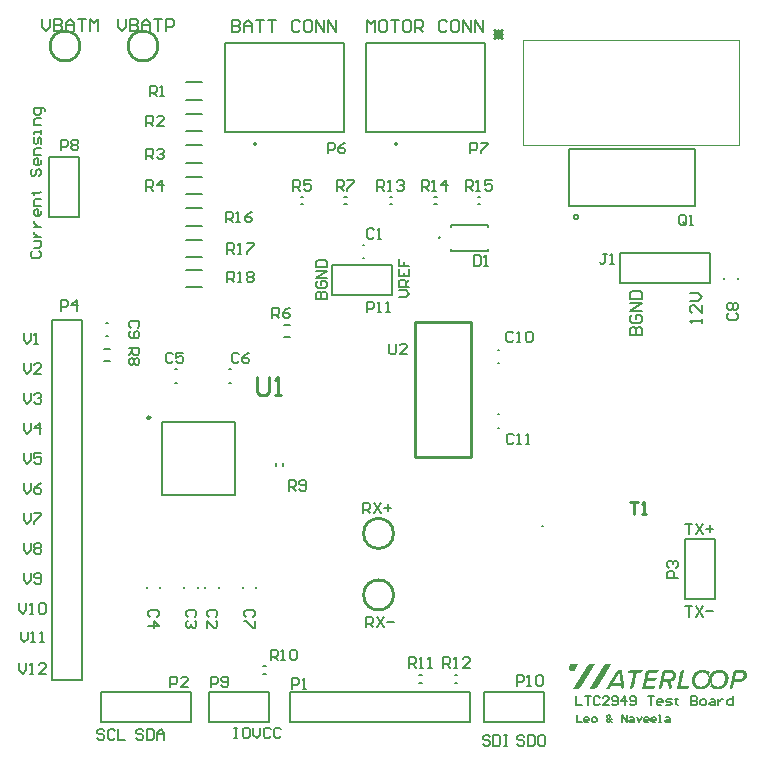
<source format=gto>
G04*
G04 #@! TF.GenerationSoftware,Altium Limited,Altium Designer,21.6.4 (81)*
G04*
G04 Layer_Color=65535*
%FSLAX25Y25*%
%MOIN*%
G70*
G04*
G04 #@! TF.SameCoordinates,5B244758-CEA0-4159-AF34-73EF1895305B*
G04*
G04*
G04 #@! TF.FilePolarity,Positive*
G04*
G01*
G75*
%ADD10C,0.00600*%
%ADD11C,0.01000*%
%ADD12C,0.00984*%
%ADD13C,0.00787*%
%ADD14C,0.00394*%
%ADD15C,0.00500*%
%ADD16C,0.00800*%
%ADD17C,0.00700*%
G36*
X427292Y267535D02*
X427451D01*
Y267456D01*
Y267377D01*
X427372D01*
Y267297D01*
Y267218D01*
Y267139D01*
X427292D01*
Y267059D01*
Y266980D01*
X427213D01*
Y266901D01*
Y266821D01*
Y266742D01*
X427134D01*
Y266663D01*
Y266583D01*
X427054D01*
Y266504D01*
Y266425D01*
X426975D01*
Y266346D01*
Y266266D01*
Y266187D01*
X426896D01*
Y266108D01*
Y266028D01*
X426816D01*
Y265949D01*
X426737D01*
Y265869D01*
Y265790D01*
X426658D01*
Y265711D01*
Y265632D01*
X426579D01*
Y265552D01*
X426499D01*
Y265473D01*
X426420D01*
Y265394D01*
X426340D01*
Y265314D01*
X426261D01*
Y265235D01*
X426023D01*
Y265156D01*
X425230D01*
Y265235D01*
X425071D01*
Y265314D01*
X424913D01*
Y265394D01*
X424833D01*
Y265473D01*
X424754D01*
Y265552D01*
X424675D01*
Y265632D01*
X424595D01*
Y265711D01*
Y265790D01*
X424516D01*
Y265869D01*
Y265949D01*
Y266028D01*
X424437D01*
Y266108D01*
Y266187D01*
Y266266D01*
Y266346D01*
Y266425D01*
Y266504D01*
Y266583D01*
X424516D01*
Y266663D01*
Y266742D01*
Y266821D01*
X424595D01*
Y266901D01*
Y266980D01*
X424675D01*
Y267059D01*
Y267139D01*
X424754D01*
Y267218D01*
X424833D01*
Y267297D01*
X424992D01*
Y267377D01*
X425071D01*
Y267456D01*
X425389D01*
Y267535D01*
X426103D01*
Y267615D01*
X427292D01*
Y267535D01*
D02*
G37*
G36*
X475359Y265473D02*
X475676D01*
Y265394D01*
X475914D01*
Y265314D01*
X476073D01*
Y265235D01*
X476232D01*
Y265156D01*
X476390D01*
Y265076D01*
X476470D01*
Y264997D01*
X476628D01*
Y264918D01*
X476708D01*
Y264838D01*
X476787D01*
Y264759D01*
X476866D01*
Y264680D01*
X476946D01*
Y264600D01*
X477025D01*
Y264521D01*
X477104D01*
Y264442D01*
X477184D01*
Y264363D01*
Y264283D01*
X477263D01*
Y264204D01*
Y264124D01*
X477342D01*
Y264045D01*
Y263966D01*
X477422D01*
Y263887D01*
Y263807D01*
X477501D01*
Y263728D01*
Y263649D01*
Y263569D01*
X477580D01*
Y263490D01*
Y263411D01*
Y263331D01*
Y263252D01*
Y263173D01*
Y263093D01*
X477660D01*
Y263014D01*
Y262935D01*
Y262856D01*
Y262776D01*
Y262697D01*
Y262617D01*
Y262538D01*
Y262459D01*
Y262380D01*
X477580D01*
Y262300D01*
Y262221D01*
Y262142D01*
Y262062D01*
Y261983D01*
Y261904D01*
X477501D01*
Y261824D01*
Y261745D01*
Y261666D01*
Y261586D01*
X477422D01*
Y261507D01*
Y261428D01*
Y261348D01*
X477342D01*
Y261269D01*
Y261190D01*
X477263D01*
Y261110D01*
Y261031D01*
Y260952D01*
X477184D01*
Y260873D01*
X477104D01*
Y260793D01*
Y260714D01*
X477025D01*
Y260634D01*
Y260555D01*
X476946D01*
Y260476D01*
X476866D01*
Y260397D01*
X476787D01*
Y260317D01*
Y260238D01*
X476708D01*
Y260159D01*
X476628D01*
Y260079D01*
X476549D01*
Y260000D01*
X476470D01*
Y259921D01*
X476390D01*
Y259841D01*
X476311D01*
Y259762D01*
X476152D01*
Y259683D01*
X476073D01*
Y259603D01*
X475914D01*
Y259524D01*
X475835D01*
Y259445D01*
X475676D01*
Y259366D01*
X475518D01*
Y259286D01*
X475280D01*
Y259207D01*
X475042D01*
Y259127D01*
X474725D01*
Y259048D01*
X473297D01*
Y259127D01*
X472900D01*
Y259207D01*
X472742D01*
Y259286D01*
X472504D01*
Y259366D01*
X472345D01*
Y259445D01*
X472266D01*
Y259524D01*
X472107D01*
Y259603D01*
X472028D01*
Y259683D01*
X471869D01*
Y259762D01*
X471790D01*
Y259841D01*
X471711D01*
Y259921D01*
X471631D01*
Y260000D01*
Y260079D01*
Y260159D01*
X471711D01*
Y260238D01*
Y260317D01*
X471790D01*
Y260397D01*
Y260476D01*
Y260555D01*
X471869D01*
Y260634D01*
Y260714D01*
Y260793D01*
Y260873D01*
X471948D01*
Y260952D01*
Y261031D01*
Y261110D01*
Y261190D01*
Y261269D01*
X471790D01*
Y261190D01*
X471711D01*
Y261110D01*
Y261031D01*
X471631D01*
Y260952D01*
Y260873D01*
X471552D01*
Y260793D01*
Y260714D01*
X471473D01*
Y260634D01*
X471393D01*
Y260555D01*
Y260476D01*
X471314D01*
Y260397D01*
X471235D01*
Y260317D01*
X471155D01*
Y260238D01*
Y260159D01*
X471076D01*
Y260079D01*
X470997D01*
Y260000D01*
X470917D01*
Y259921D01*
X470838D01*
Y259841D01*
X470680D01*
Y259762D01*
X470600D01*
Y259683D01*
X470521D01*
Y259603D01*
X470362D01*
Y259524D01*
X470203D01*
Y259445D01*
X470124D01*
Y259366D01*
X469966D01*
Y259286D01*
X469728D01*
Y259207D01*
X469490D01*
Y259127D01*
X469172D01*
Y259048D01*
X467665D01*
Y259127D01*
X467348D01*
Y259207D01*
X467190D01*
Y259286D01*
X466952D01*
Y259366D01*
X466793D01*
Y259445D01*
X466634D01*
Y259524D01*
X466555D01*
Y259603D01*
X466396D01*
Y259683D01*
X466317D01*
Y259762D01*
X466238D01*
Y259841D01*
X466158D01*
Y259921D01*
X466079D01*
Y260000D01*
X466000D01*
Y260079D01*
X465920D01*
Y260159D01*
Y260238D01*
X465841D01*
Y260317D01*
Y260397D01*
X465762D01*
Y260476D01*
Y260555D01*
X465682D01*
Y260634D01*
Y260714D01*
X465603D01*
Y260793D01*
Y260873D01*
X465524D01*
Y260952D01*
Y261031D01*
Y261110D01*
Y261190D01*
X465445D01*
Y261269D01*
Y261348D01*
Y261428D01*
Y261507D01*
Y261586D01*
Y261666D01*
Y261745D01*
Y261824D01*
Y261904D01*
Y261983D01*
Y262062D01*
Y262142D01*
Y262221D01*
Y262300D01*
Y262380D01*
Y262459D01*
Y262538D01*
X465524D01*
Y262617D01*
Y262697D01*
Y262776D01*
Y262856D01*
X465603D01*
Y262935D01*
Y263014D01*
Y263093D01*
X465682D01*
Y263173D01*
Y263252D01*
Y263331D01*
X465762D01*
Y263411D01*
Y263490D01*
X465841D01*
Y263569D01*
Y263649D01*
X465920D01*
Y263728D01*
Y263807D01*
X466000D01*
Y263887D01*
Y263966D01*
X466079D01*
Y264045D01*
X466158D01*
Y264124D01*
Y264204D01*
X466238D01*
Y264283D01*
X466317D01*
Y264363D01*
X466396D01*
Y264442D01*
X466476D01*
Y264521D01*
X466555D01*
Y264600D01*
X466634D01*
Y264680D01*
X466714D01*
Y264759D01*
X466793D01*
Y264838D01*
X466872D01*
Y264918D01*
X467031D01*
Y264997D01*
X467110D01*
Y265076D01*
X467269D01*
Y265156D01*
X467427D01*
Y265235D01*
X467586D01*
Y265314D01*
X467824D01*
Y265394D01*
X468062D01*
Y265473D01*
X468379D01*
Y265552D01*
X469648D01*
Y265473D01*
X470045D01*
Y265394D01*
X470283D01*
Y265314D01*
X470521D01*
Y265235D01*
X470680D01*
Y265156D01*
X470838D01*
Y265076D01*
X470917D01*
Y264997D01*
X471076D01*
Y264918D01*
X471155D01*
Y264838D01*
X471235D01*
Y264759D01*
X471314D01*
Y264680D01*
X471393D01*
Y264600D01*
Y264521D01*
Y264442D01*
Y264363D01*
X471314D01*
Y264283D01*
Y264204D01*
X471235D01*
Y264124D01*
Y264045D01*
Y263966D01*
Y263887D01*
X471155D01*
Y263807D01*
Y263728D01*
Y263649D01*
Y263569D01*
Y263490D01*
Y263411D01*
Y263331D01*
X471314D01*
Y263411D01*
Y263490D01*
X471393D01*
Y263569D01*
Y263649D01*
X471473D01*
Y263728D01*
Y263807D01*
X471552D01*
Y263887D01*
Y263966D01*
X471631D01*
Y264045D01*
X471711D01*
Y264124D01*
Y264204D01*
X471790D01*
Y264283D01*
X471869D01*
Y264363D01*
X471948D01*
Y264442D01*
X472028D01*
Y264521D01*
X472107D01*
Y264600D01*
X472187D01*
Y264680D01*
X472266D01*
Y264759D01*
X472345D01*
Y264838D01*
X472425D01*
Y264918D01*
X472583D01*
Y264997D01*
X472662D01*
Y265076D01*
X472821D01*
Y265156D01*
X472980D01*
Y265235D01*
X473138D01*
Y265314D01*
X473376D01*
Y265394D01*
X473614D01*
Y265473D01*
X473932D01*
Y265552D01*
X475359D01*
Y265473D01*
D02*
G37*
G36*
X482419Y265394D02*
X482736D01*
Y265314D01*
X482895D01*
Y265235D01*
X483053D01*
Y265156D01*
X483132D01*
Y265076D01*
X483291D01*
Y264997D01*
X483370D01*
Y264918D01*
X483450D01*
Y264838D01*
X483529D01*
Y264759D01*
Y264680D01*
X483608D01*
Y264600D01*
Y264521D01*
X483688D01*
Y264442D01*
Y264363D01*
X483767D01*
Y264283D01*
Y264204D01*
Y264124D01*
Y264045D01*
Y263966D01*
Y263887D01*
Y263807D01*
Y263728D01*
Y263649D01*
Y263569D01*
Y263490D01*
Y263411D01*
Y263331D01*
Y263252D01*
Y263173D01*
X483688D01*
Y263093D01*
Y263014D01*
Y262935D01*
X483608D01*
Y262856D01*
Y262776D01*
X483529D01*
Y262697D01*
Y262617D01*
X483450D01*
Y262538D01*
Y262459D01*
X483370D01*
Y262380D01*
X483291D01*
Y262300D01*
X483212D01*
Y262221D01*
X483132D01*
Y262142D01*
X483053D01*
Y262062D01*
X482974D01*
Y261983D01*
X482815D01*
Y261904D01*
X482736D01*
Y261824D01*
X482577D01*
Y261745D01*
X482339D01*
Y261666D01*
X482101D01*
Y261586D01*
X481308D01*
Y261507D01*
X479563D01*
Y261428D01*
Y261348D01*
Y261269D01*
Y261190D01*
X479484D01*
Y261110D01*
Y261031D01*
Y260952D01*
Y260873D01*
Y260793D01*
X479404D01*
Y260714D01*
Y260634D01*
Y260555D01*
Y260476D01*
X479325D01*
Y260397D01*
Y260317D01*
Y260238D01*
Y260159D01*
X479246D01*
Y260079D01*
Y260000D01*
Y259921D01*
X479167D01*
Y259841D01*
Y259762D01*
X479087D01*
Y259683D01*
X479008D01*
Y259603D01*
X478929D01*
Y259524D01*
X478849D01*
Y259445D01*
X478770D01*
Y259366D01*
X478691D01*
Y259286D01*
X478532D01*
Y259207D01*
X478294D01*
Y259127D01*
X477977D01*
Y259207D01*
X478056D01*
Y259286D01*
Y259366D01*
Y259445D01*
X478135D01*
Y259524D01*
Y259603D01*
Y259683D01*
Y259762D01*
Y259841D01*
X478215D01*
Y259921D01*
Y260000D01*
Y260079D01*
Y260159D01*
X478294D01*
Y260238D01*
Y260317D01*
Y260397D01*
Y260476D01*
X478373D01*
Y260555D01*
Y260634D01*
Y260714D01*
Y260793D01*
Y260873D01*
X478453D01*
Y260952D01*
Y261031D01*
Y261110D01*
Y261190D01*
X478532D01*
Y261269D01*
Y261348D01*
Y261428D01*
Y261507D01*
Y261586D01*
X478611D01*
Y261666D01*
Y261745D01*
Y261824D01*
Y261904D01*
X478691D01*
Y261983D01*
Y262062D01*
Y262142D01*
Y262221D01*
X478770D01*
Y262300D01*
Y262380D01*
Y262459D01*
Y262538D01*
Y262617D01*
X478849D01*
Y262697D01*
Y262776D01*
Y262856D01*
Y262935D01*
X478929D01*
Y263014D01*
Y263093D01*
Y263173D01*
Y263252D01*
Y263331D01*
X479008D01*
Y263411D01*
Y263490D01*
Y263569D01*
Y263649D01*
X479087D01*
Y263728D01*
Y263807D01*
Y263887D01*
Y263966D01*
X479167D01*
Y264045D01*
Y264124D01*
Y264204D01*
Y264283D01*
Y264363D01*
X479246D01*
Y264442D01*
Y264521D01*
Y264600D01*
Y264680D01*
Y264759D01*
X479325D01*
Y264838D01*
X479404D01*
Y264918D01*
Y264997D01*
X479484D01*
Y265076D01*
X479563D01*
Y265156D01*
X479642D01*
Y265235D01*
X479801D01*
Y265314D01*
X479960D01*
Y265394D01*
X480198D01*
Y265473D01*
X482419D01*
Y265394D01*
D02*
G37*
G36*
X462827D02*
Y265314D01*
Y265235D01*
Y265156D01*
X462748D01*
Y265076D01*
Y264997D01*
Y264918D01*
Y264838D01*
Y264759D01*
X462668D01*
Y264680D01*
Y264600D01*
Y264521D01*
Y264442D01*
Y264363D01*
X462589D01*
Y264283D01*
Y264204D01*
Y264124D01*
Y264045D01*
X462510D01*
Y263966D01*
Y263887D01*
Y263807D01*
Y263728D01*
Y263649D01*
X462430D01*
Y263569D01*
Y263490D01*
Y263411D01*
Y263331D01*
Y263252D01*
X462351D01*
Y263173D01*
Y263093D01*
Y263014D01*
Y262935D01*
X462272D01*
Y262856D01*
Y262776D01*
Y262697D01*
Y262617D01*
Y262538D01*
X462192D01*
Y262459D01*
Y262380D01*
Y262300D01*
Y262221D01*
X462113D01*
Y262142D01*
Y262062D01*
Y261983D01*
Y261904D01*
Y261824D01*
X462034D01*
Y261745D01*
Y261666D01*
Y261586D01*
Y261507D01*
Y261428D01*
X461954D01*
Y261348D01*
Y261269D01*
Y261190D01*
Y261110D01*
X461875D01*
Y261031D01*
Y260952D01*
Y260873D01*
Y260793D01*
Y260714D01*
X461796D01*
Y260634D01*
Y260555D01*
Y260476D01*
Y260397D01*
X461717D01*
Y260317D01*
Y260238D01*
Y260159D01*
Y260079D01*
Y260000D01*
X464413D01*
Y260079D01*
X464493D01*
Y260000D01*
Y259921D01*
X464413D01*
Y259841D01*
Y259762D01*
X464334D01*
Y259683D01*
Y259603D01*
X464255D01*
Y259524D01*
X464175D01*
Y259445D01*
X464096D01*
Y259366D01*
X464017D01*
Y259286D01*
X463858D01*
Y259207D01*
X463620D01*
Y259127D01*
X460447D01*
Y259207D01*
Y259286D01*
Y259366D01*
X460527D01*
Y259445D01*
Y259524D01*
Y259603D01*
Y259683D01*
Y259762D01*
X460606D01*
Y259841D01*
Y259921D01*
Y260000D01*
Y260079D01*
Y260159D01*
X460685D01*
Y260238D01*
Y260317D01*
Y260397D01*
Y260476D01*
X460765D01*
Y260555D01*
Y260634D01*
Y260714D01*
Y260793D01*
Y260873D01*
X460844D01*
Y260952D01*
Y261031D01*
Y261110D01*
Y261190D01*
X460923D01*
Y261269D01*
Y261348D01*
Y261428D01*
Y261507D01*
Y261586D01*
X461003D01*
Y261666D01*
Y261745D01*
Y261824D01*
Y261904D01*
X461082D01*
Y261983D01*
Y262062D01*
Y262142D01*
Y262221D01*
Y262300D01*
X461161D01*
Y262380D01*
Y262459D01*
Y262538D01*
Y262617D01*
X461241D01*
Y262697D01*
Y262776D01*
Y262856D01*
Y262935D01*
X461320D01*
Y263014D01*
Y263093D01*
Y263173D01*
Y263252D01*
Y263331D01*
X461399D01*
Y263411D01*
Y263490D01*
Y263569D01*
Y263649D01*
X461479D01*
Y263728D01*
Y263807D01*
Y263887D01*
Y263966D01*
X461558D01*
Y264045D01*
Y264124D01*
Y264204D01*
Y264283D01*
X461637D01*
Y264363D01*
Y264442D01*
Y264521D01*
Y264600D01*
Y264680D01*
X461717D01*
Y264759D01*
Y264838D01*
Y264918D01*
X461796D01*
Y264997D01*
X461875D01*
Y265076D01*
X461954D01*
Y265156D01*
X462034D01*
Y265235D01*
X462113D01*
Y265314D01*
X462272D01*
Y265394D01*
X462510D01*
Y265473D01*
X462827D01*
Y265394D01*
D02*
G37*
G36*
X458544D02*
X459020D01*
Y265314D01*
X459178D01*
Y265235D01*
X459337D01*
Y265156D01*
X459496D01*
Y265076D01*
X459575D01*
Y264997D01*
X459654D01*
Y264918D01*
X459733D01*
Y264838D01*
X459813D01*
Y264759D01*
X459892D01*
Y264680D01*
X459972D01*
Y264600D01*
Y264521D01*
X460051D01*
Y264442D01*
Y264363D01*
X460130D01*
Y264283D01*
Y264204D01*
Y264124D01*
Y264045D01*
X460210D01*
Y263966D01*
Y263887D01*
Y263807D01*
Y263728D01*
Y263649D01*
Y263569D01*
Y263490D01*
Y263411D01*
X460130D01*
Y263331D01*
Y263252D01*
Y263173D01*
Y263093D01*
X460051D01*
Y263014D01*
Y262935D01*
Y262856D01*
X459972D01*
Y262776D01*
Y262697D01*
X459892D01*
Y262617D01*
Y262538D01*
X459813D01*
Y262459D01*
X459733D01*
Y262380D01*
Y262300D01*
X459654D01*
Y262221D01*
X459575D01*
Y262142D01*
X459496D01*
Y262062D01*
X459337D01*
Y261983D01*
X459258D01*
Y261904D01*
X459099D01*
Y261824D01*
X458940D01*
Y261745D01*
X458782D01*
Y261666D01*
X458464D01*
Y261586D01*
X458306D01*
Y261507D01*
Y261428D01*
Y261348D01*
X458385D01*
Y261269D01*
Y261190D01*
X458464D01*
Y261110D01*
Y261031D01*
Y260952D01*
X458544D01*
Y260873D01*
Y260793D01*
X458623D01*
Y260714D01*
Y260634D01*
Y260555D01*
X458702D01*
Y260476D01*
Y260397D01*
X458782D01*
Y260317D01*
Y260238D01*
Y260159D01*
X458861D01*
Y260079D01*
Y260000D01*
Y259921D01*
Y259841D01*
Y259762D01*
Y259683D01*
X458782D01*
Y259603D01*
Y259524D01*
X458702D01*
Y259445D01*
Y259366D01*
X458623D01*
Y259286D01*
X458464D01*
Y259207D01*
X458306D01*
Y259127D01*
X458068D01*
Y259207D01*
Y259286D01*
X457989D01*
Y259366D01*
Y259445D01*
X457909D01*
Y259524D01*
Y259603D01*
Y259683D01*
X457830D01*
Y259762D01*
Y259841D01*
Y259921D01*
X457751D01*
Y260000D01*
Y260079D01*
X457671D01*
Y260159D01*
Y260238D01*
Y260317D01*
X457592D01*
Y260397D01*
Y260476D01*
Y260555D01*
X457513D01*
Y260634D01*
Y260714D01*
Y260793D01*
X457433D01*
Y260873D01*
Y260952D01*
X457354D01*
Y261031D01*
Y261110D01*
Y261190D01*
X457275D01*
Y261269D01*
Y261348D01*
Y261428D01*
X457195D01*
Y261507D01*
X455926D01*
Y261428D01*
Y261348D01*
Y261269D01*
Y261190D01*
X455847D01*
Y261110D01*
Y261031D01*
Y260952D01*
Y260873D01*
X455768D01*
Y260793D01*
Y260714D01*
Y260634D01*
Y260555D01*
Y260476D01*
X455688D01*
Y260397D01*
Y260317D01*
Y260238D01*
Y260159D01*
Y260079D01*
X455609D01*
Y260000D01*
Y259921D01*
Y259841D01*
Y259762D01*
X455530D01*
Y259683D01*
Y259603D01*
Y259524D01*
X455450D01*
Y259445D01*
X455371D01*
Y259366D01*
X455292D01*
Y259286D01*
X455212D01*
Y259207D01*
X455054D01*
Y259127D01*
X454419D01*
Y259207D01*
Y259286D01*
Y259366D01*
Y259445D01*
X454498D01*
Y259524D01*
Y259603D01*
Y259683D01*
Y259762D01*
X454578D01*
Y259841D01*
Y259921D01*
Y260000D01*
Y260079D01*
Y260159D01*
X454657D01*
Y260238D01*
Y260317D01*
Y260397D01*
Y260476D01*
X454737D01*
Y260555D01*
Y260634D01*
Y260714D01*
Y260793D01*
Y260873D01*
X454816D01*
Y260952D01*
Y261031D01*
Y261110D01*
Y261190D01*
Y261269D01*
X454895D01*
Y261348D01*
Y261428D01*
Y261507D01*
Y261586D01*
X454974D01*
Y261666D01*
Y261745D01*
Y261824D01*
Y261904D01*
Y261983D01*
X455054D01*
Y262062D01*
Y262142D01*
Y262221D01*
Y262300D01*
X455133D01*
Y262380D01*
Y262459D01*
Y262538D01*
Y262617D01*
Y262697D01*
X455212D01*
Y262776D01*
Y262856D01*
Y262935D01*
Y263014D01*
X455292D01*
Y263093D01*
Y263173D01*
Y263252D01*
Y263331D01*
Y263411D01*
X455371D01*
Y263490D01*
Y263569D01*
Y263649D01*
Y263728D01*
X455450D01*
Y263807D01*
Y263887D01*
Y263966D01*
Y264045D01*
X455530D01*
Y264124D01*
Y264204D01*
Y264283D01*
Y264363D01*
Y264442D01*
X455609D01*
Y264521D01*
Y264600D01*
Y264680D01*
Y264759D01*
X455688D01*
Y264838D01*
Y264918D01*
Y264997D01*
X455768D01*
Y265076D01*
Y265156D01*
X455847D01*
Y265235D01*
X455926D01*
Y265314D01*
X456006D01*
Y265394D01*
X456323D01*
Y265473D01*
X458544D01*
Y265394D01*
D02*
G37*
G36*
X454578D02*
X454498D01*
Y265314D01*
Y265235D01*
X454419D01*
Y265156D01*
Y265076D01*
X454340D01*
Y264997D01*
X454261D01*
Y264918D01*
X454181D01*
Y264838D01*
X454102D01*
Y264759D01*
X454023D01*
Y264680D01*
X453864D01*
Y264600D01*
X453309D01*
Y264521D01*
X451088D01*
Y264442D01*
Y264363D01*
X451009D01*
Y264283D01*
Y264204D01*
Y264124D01*
Y264045D01*
Y263966D01*
X450929D01*
Y263887D01*
Y263807D01*
Y263728D01*
Y263649D01*
X450850D01*
Y263569D01*
Y263490D01*
Y263411D01*
Y263331D01*
Y263252D01*
X450771D01*
Y263173D01*
Y263093D01*
Y263014D01*
X450691D01*
Y262935D01*
Y262856D01*
X450850D01*
Y262776D01*
X453864D01*
Y262697D01*
Y262617D01*
X453785D01*
Y262538D01*
Y262459D01*
X453705D01*
Y262380D01*
X453626D01*
Y262300D01*
Y262221D01*
X453547D01*
Y262142D01*
X453388D01*
Y262062D01*
X453309D01*
Y261983D01*
X453071D01*
Y261904D01*
X450612D01*
Y261824D01*
X450453D01*
Y261745D01*
Y261666D01*
Y261586D01*
Y261507D01*
Y261428D01*
X450374D01*
Y261348D01*
Y261269D01*
Y261190D01*
Y261110D01*
X450295D01*
Y261031D01*
Y260952D01*
Y260873D01*
Y260793D01*
X450215D01*
Y260714D01*
Y260634D01*
Y260555D01*
Y260476D01*
Y260397D01*
X450136D01*
Y260317D01*
Y260238D01*
Y260159D01*
Y260079D01*
X450771D01*
Y260000D01*
X453229D01*
Y260079D01*
X453309D01*
Y260000D01*
Y259921D01*
Y259841D01*
X453229D01*
Y259762D01*
Y259683D01*
X453150D01*
Y259603D01*
X453071D01*
Y259524D01*
X452991D01*
Y259445D01*
X452912D01*
Y259366D01*
X452833D01*
Y259286D01*
X452753D01*
Y259207D01*
X452516D01*
Y259127D01*
X448867D01*
Y259207D01*
Y259286D01*
Y259366D01*
X448946D01*
Y259445D01*
Y259524D01*
Y259603D01*
Y259683D01*
Y259762D01*
X449026D01*
Y259841D01*
Y259921D01*
Y260000D01*
Y260079D01*
X449105D01*
Y260159D01*
Y260238D01*
Y260317D01*
Y260397D01*
Y260476D01*
X449184D01*
Y260555D01*
Y260634D01*
Y260714D01*
Y260793D01*
X449263D01*
Y260873D01*
Y260952D01*
Y261031D01*
Y261110D01*
Y261190D01*
X449343D01*
Y261269D01*
Y261348D01*
Y261428D01*
Y261507D01*
Y261586D01*
X449422D01*
Y261666D01*
Y261745D01*
Y261824D01*
Y261904D01*
X449502D01*
Y261983D01*
Y262062D01*
Y262142D01*
Y262221D01*
Y262300D01*
X449581D01*
Y262380D01*
Y262459D01*
Y262538D01*
Y262617D01*
X449660D01*
Y262697D01*
Y262776D01*
Y262856D01*
Y262935D01*
Y263014D01*
X449739D01*
Y263093D01*
Y263173D01*
Y263252D01*
Y263331D01*
Y263411D01*
X449819D01*
Y263490D01*
Y263569D01*
Y263649D01*
Y263728D01*
X449898D01*
Y263807D01*
Y263887D01*
Y263966D01*
Y264045D01*
X449977D01*
Y264124D01*
Y264204D01*
Y264283D01*
Y264363D01*
Y264442D01*
X450057D01*
Y264521D01*
Y264600D01*
Y264680D01*
X450136D01*
Y264759D01*
Y264838D01*
Y264918D01*
X450215D01*
Y264997D01*
X450295D01*
Y265076D01*
X450374D01*
Y265156D01*
X450453D01*
Y265235D01*
X450533D01*
Y265314D01*
X450691D01*
Y265394D01*
X451009D01*
Y265473D01*
X454578D01*
Y265394D01*
D02*
G37*
G36*
X449263D02*
X449184D01*
Y265314D01*
X449105D01*
Y265235D01*
Y265156D01*
X449026D01*
Y265076D01*
Y264997D01*
X448946D01*
Y264918D01*
X448867D01*
Y264838D01*
X448788D01*
Y264759D01*
X448629D01*
Y264680D01*
X448470D01*
Y264600D01*
X448232D01*
Y264521D01*
X447043D01*
Y264442D01*
Y264363D01*
Y264283D01*
Y264204D01*
X446963D01*
Y264124D01*
Y264045D01*
Y263966D01*
Y263887D01*
X446884D01*
Y263807D01*
Y263728D01*
Y263649D01*
Y263569D01*
Y263490D01*
X446805D01*
Y263411D01*
Y263331D01*
Y263252D01*
Y263173D01*
Y263093D01*
X446725D01*
Y263014D01*
Y262935D01*
Y262856D01*
Y262776D01*
X446646D01*
Y262697D01*
Y262617D01*
Y262538D01*
Y262459D01*
Y262380D01*
X446567D01*
Y262300D01*
Y262221D01*
Y262142D01*
Y262062D01*
X446487D01*
Y261983D01*
Y261904D01*
Y261824D01*
Y261745D01*
Y261666D01*
X446408D01*
Y261586D01*
Y261507D01*
Y261428D01*
Y261348D01*
X446329D01*
Y261269D01*
Y261190D01*
Y261110D01*
Y261031D01*
Y260952D01*
X446249D01*
Y260873D01*
Y260793D01*
Y260714D01*
Y260634D01*
X446170D01*
Y260555D01*
Y260476D01*
Y260397D01*
Y260317D01*
X446091D01*
Y260238D01*
Y260159D01*
Y260079D01*
Y260000D01*
X446011D01*
Y259921D01*
Y259841D01*
Y259762D01*
X445932D01*
Y259683D01*
Y259603D01*
X445853D01*
Y259524D01*
X445774D01*
Y259445D01*
X445694D01*
Y259366D01*
X445536D01*
Y259286D01*
X445456D01*
Y259207D01*
X445218D01*
Y259127D01*
X444822D01*
Y259207D01*
Y259286D01*
X444901D01*
Y259366D01*
Y259445D01*
Y259524D01*
Y259603D01*
Y259683D01*
X444980D01*
Y259762D01*
Y259841D01*
Y259921D01*
Y260000D01*
X445060D01*
Y260079D01*
Y260159D01*
Y260238D01*
Y260317D01*
Y260397D01*
X445139D01*
Y260476D01*
Y260555D01*
Y260634D01*
Y260714D01*
X445218D01*
Y260793D01*
Y260873D01*
Y260952D01*
Y261031D01*
Y261110D01*
X445298D01*
Y261190D01*
Y261269D01*
Y261348D01*
Y261428D01*
X445377D01*
Y261507D01*
Y261586D01*
Y261666D01*
Y261745D01*
Y261824D01*
X445456D01*
Y261904D01*
Y261983D01*
Y262062D01*
Y262142D01*
Y262221D01*
X445536D01*
Y262300D01*
Y262380D01*
Y262459D01*
Y262538D01*
X445615D01*
Y262617D01*
Y262697D01*
Y262776D01*
Y262856D01*
Y262935D01*
X445694D01*
Y263014D01*
Y263093D01*
Y263173D01*
Y263252D01*
X445774D01*
Y263331D01*
Y263411D01*
Y263490D01*
Y263569D01*
Y263649D01*
X445853D01*
Y263728D01*
Y263807D01*
Y263887D01*
Y263966D01*
X445932D01*
Y264045D01*
Y264124D01*
Y264204D01*
Y264283D01*
Y264363D01*
X446011D01*
Y264442D01*
Y264521D01*
X444108D01*
Y264600D01*
Y264680D01*
X444187D01*
Y264759D01*
Y264838D01*
X444267D01*
Y264918D01*
Y264997D01*
X444346D01*
Y265076D01*
X444425D01*
Y265156D01*
X444504D01*
Y265235D01*
X444584D01*
Y265314D01*
X444742D01*
Y265394D01*
X445218D01*
Y265473D01*
X449263D01*
Y265394D01*
D02*
G37*
G36*
X442046D02*
Y265314D01*
Y265235D01*
Y265156D01*
X442125D01*
Y265076D01*
Y264997D01*
Y264918D01*
Y264838D01*
Y264759D01*
Y264680D01*
X442204D01*
Y264600D01*
Y264521D01*
Y264442D01*
Y264363D01*
Y264283D01*
X442283D01*
Y264204D01*
Y264124D01*
Y264045D01*
Y263966D01*
Y263887D01*
Y263807D01*
X442363D01*
Y263728D01*
Y263649D01*
Y263569D01*
Y263490D01*
Y263411D01*
Y263331D01*
X442442D01*
Y263252D01*
Y263173D01*
Y263093D01*
Y263014D01*
Y262935D01*
X442521D01*
Y262856D01*
Y262776D01*
Y262697D01*
Y262617D01*
Y262538D01*
Y262459D01*
X442601D01*
Y262380D01*
Y262300D01*
Y262221D01*
Y262142D01*
Y262062D01*
Y261983D01*
X442680D01*
Y261904D01*
Y261824D01*
Y261745D01*
Y261666D01*
Y261586D01*
Y261507D01*
X442759D01*
Y261428D01*
Y261348D01*
Y261269D01*
Y261190D01*
Y261110D01*
Y261031D01*
X442839D01*
Y260952D01*
Y260873D01*
Y260793D01*
Y260714D01*
Y260634D01*
Y260555D01*
X442918D01*
Y260476D01*
Y260397D01*
Y260317D01*
Y260238D01*
Y260159D01*
Y260079D01*
Y260000D01*
Y259921D01*
Y259841D01*
Y259762D01*
Y259683D01*
X442839D01*
Y259603D01*
Y259524D01*
X442759D01*
Y259445D01*
X442680D01*
Y259366D01*
X442601D01*
Y259286D01*
X442521D01*
Y259207D01*
X442283D01*
Y259127D01*
X442046D01*
Y259207D01*
Y259286D01*
Y259366D01*
X441966D01*
Y259445D01*
Y259524D01*
Y259603D01*
Y259683D01*
Y259762D01*
Y259841D01*
X441887D01*
Y259921D01*
Y260000D01*
Y260079D01*
Y260159D01*
Y260238D01*
Y260317D01*
X438714D01*
Y260238D01*
X438635D01*
Y260159D01*
Y260079D01*
X438556D01*
Y260000D01*
Y259921D01*
X438476D01*
Y259841D01*
X438397D01*
Y259762D01*
Y259683D01*
X438318D01*
Y259603D01*
X438238D01*
Y259524D01*
Y259445D01*
X438159D01*
Y259366D01*
X438080D01*
Y259286D01*
X438000D01*
Y259207D01*
X437842D01*
Y259127D01*
X436811D01*
Y259207D01*
X436890D01*
Y259286D01*
X436969D01*
Y259366D01*
Y259445D01*
X437048D01*
Y259524D01*
Y259603D01*
X437128D01*
Y259683D01*
X437207D01*
Y259762D01*
Y259841D01*
X437287D01*
Y259921D01*
X437366D01*
Y260000D01*
Y260079D01*
X437445D01*
Y260159D01*
Y260238D01*
X437524D01*
Y260317D01*
X437604D01*
Y260397D01*
Y260476D01*
X437683D01*
Y260555D01*
Y260634D01*
X437762D01*
Y260714D01*
X437842D01*
Y260793D01*
Y260873D01*
X437921D01*
Y260952D01*
Y261031D01*
X438000D01*
Y261110D01*
X438080D01*
Y261190D01*
Y261269D01*
X438159D01*
Y261348D01*
X438238D01*
Y261428D01*
Y261507D01*
X438318D01*
Y261586D01*
Y261666D01*
X438397D01*
Y261745D01*
X438476D01*
Y261824D01*
Y261904D01*
X438556D01*
Y261983D01*
Y262062D01*
X438635D01*
Y262142D01*
X438714D01*
Y262221D01*
Y262300D01*
X438794D01*
Y262380D01*
X438873D01*
Y262459D01*
Y262538D01*
X438952D01*
Y262617D01*
Y262697D01*
X439032D01*
Y262776D01*
X439111D01*
Y262856D01*
Y262935D01*
X439190D01*
Y263014D01*
Y263093D01*
X439269D01*
Y263173D01*
X439349D01*
Y263252D01*
Y263331D01*
X439428D01*
Y263411D01*
X439507D01*
Y263490D01*
Y263569D01*
X439587D01*
Y263649D01*
Y263728D01*
X439666D01*
Y263807D01*
X439745D01*
Y263887D01*
Y263966D01*
X439825D01*
Y264045D01*
Y264124D01*
X439904D01*
Y264204D01*
X439983D01*
Y264283D01*
Y264363D01*
X440063D01*
Y264442D01*
X440142D01*
Y264521D01*
Y264600D01*
X440221D01*
Y264680D01*
Y264759D01*
X440301D01*
Y264838D01*
X440380D01*
Y264918D01*
Y264997D01*
X440459D01*
Y265076D01*
Y265156D01*
X440539D01*
Y265235D01*
X440697D01*
Y265314D01*
X440776D01*
Y265394D01*
X441014D01*
Y265473D01*
X442046D01*
Y265394D01*
D02*
G37*
G36*
X438635Y267535D02*
Y267456D01*
X438556D01*
Y267377D01*
Y267297D01*
X438476D01*
Y267218D01*
X438397D01*
Y267139D01*
Y267059D01*
X438318D01*
Y266980D01*
Y266901D01*
X438238D01*
Y266821D01*
X438159D01*
Y266742D01*
Y266663D01*
X438080D01*
Y266583D01*
Y266504D01*
X438000D01*
Y266425D01*
X437921D01*
Y266346D01*
Y266266D01*
X437842D01*
Y266187D01*
Y266108D01*
X437762D01*
Y266028D01*
X437683D01*
Y265949D01*
Y265869D01*
X437604D01*
Y265790D01*
X437524D01*
Y265711D01*
Y265632D01*
X437445D01*
Y265552D01*
Y265473D01*
X437366D01*
Y265394D01*
X437287D01*
Y265314D01*
Y265235D01*
X437207D01*
Y265156D01*
Y265076D01*
X437128D01*
Y264997D01*
X437048D01*
Y264918D01*
Y264838D01*
X436969D01*
Y264759D01*
Y264680D01*
X436890D01*
Y264600D01*
X436811D01*
Y264521D01*
Y264442D01*
X436731D01*
Y264363D01*
Y264283D01*
X436652D01*
Y264204D01*
X436573D01*
Y264124D01*
Y264045D01*
X436493D01*
Y263966D01*
X436414D01*
Y263887D01*
Y263807D01*
X436335D01*
Y263728D01*
Y263649D01*
X436255D01*
Y263569D01*
X436176D01*
Y263490D01*
Y263411D01*
X436097D01*
Y263331D01*
Y263252D01*
X436017D01*
Y263173D01*
X435938D01*
Y263093D01*
Y263014D01*
X435859D01*
Y262935D01*
Y262856D01*
X435779D01*
Y262776D01*
X435700D01*
Y262697D01*
Y262617D01*
X435621D01*
Y262538D01*
X435541D01*
Y262459D01*
Y262380D01*
X435462D01*
Y262300D01*
Y262221D01*
X435383D01*
Y262142D01*
X435303D01*
Y262062D01*
Y261983D01*
X435224D01*
Y261904D01*
Y261824D01*
X435145D01*
Y261745D01*
X435066D01*
Y261666D01*
Y261586D01*
X434986D01*
Y261507D01*
Y261428D01*
X434907D01*
Y261348D01*
X434828D01*
Y261269D01*
Y261190D01*
X434748D01*
Y261110D01*
X434669D01*
Y261031D01*
Y260952D01*
X434590D01*
Y260873D01*
Y260793D01*
X434510D01*
Y260714D01*
X434431D01*
Y260634D01*
Y260555D01*
X434352D01*
Y260476D01*
Y260397D01*
X434272D01*
Y260317D01*
X434193D01*
Y260238D01*
Y260159D01*
X434114D01*
Y260079D01*
X434034D01*
Y260000D01*
Y259921D01*
X433955D01*
Y259841D01*
X433876D01*
Y259762D01*
X433797D01*
Y259683D01*
X433717D01*
Y259603D01*
X433638D01*
Y259524D01*
X433559D01*
Y259445D01*
X433400D01*
Y259366D01*
X433241D01*
Y259286D01*
X433083D01*
Y259207D01*
X432765D01*
Y259127D01*
X431338D01*
Y259207D01*
X431417D01*
Y259286D01*
Y259366D01*
X431496D01*
Y259445D01*
Y259524D01*
X431576D01*
Y259603D01*
X431655D01*
Y259683D01*
Y259762D01*
X431734D01*
Y259841D01*
X431813D01*
Y259921D01*
Y260000D01*
X431893D01*
Y260079D01*
Y260159D01*
X431972D01*
Y260238D01*
X432052D01*
Y260317D01*
Y260397D01*
X432131D01*
Y260476D01*
Y260555D01*
X432210D01*
Y260634D01*
X432289D01*
Y260714D01*
Y260793D01*
X432369D01*
Y260873D01*
Y260952D01*
X432448D01*
Y261031D01*
X432527D01*
Y261110D01*
Y261190D01*
X432607D01*
Y261269D01*
Y261348D01*
X432686D01*
Y261428D01*
X432765D01*
Y261507D01*
Y261586D01*
X432845D01*
Y261666D01*
X432924D01*
Y261745D01*
Y261824D01*
X433003D01*
Y261904D01*
Y261983D01*
X433083D01*
Y262062D01*
X433162D01*
Y262142D01*
Y262221D01*
X433241D01*
Y262300D01*
Y262380D01*
X433321D01*
Y262459D01*
X433400D01*
Y262538D01*
Y262617D01*
X433479D01*
Y262697D01*
Y262776D01*
X433559D01*
Y262856D01*
X433638D01*
Y262935D01*
Y263014D01*
X433717D01*
Y263093D01*
Y263173D01*
X433797D01*
Y263252D01*
X433876D01*
Y263331D01*
Y263411D01*
X433955D01*
Y263490D01*
X434034D01*
Y263569D01*
Y263649D01*
X434114D01*
Y263728D01*
Y263807D01*
X434193D01*
Y263887D01*
X434272D01*
Y263966D01*
Y264045D01*
X434352D01*
Y264124D01*
X434431D01*
Y264204D01*
Y264283D01*
X434510D01*
Y264363D01*
Y264442D01*
X434590D01*
Y264521D01*
X434669D01*
Y264600D01*
Y264680D01*
X434748D01*
Y264759D01*
Y264838D01*
X434828D01*
Y264918D01*
X434907D01*
Y264997D01*
Y265076D01*
X434986D01*
Y265156D01*
X435066D01*
Y265235D01*
Y265314D01*
X435145D01*
Y265394D01*
Y265473D01*
X435224D01*
Y265552D01*
X435303D01*
Y265632D01*
Y265711D01*
X435383D01*
Y265790D01*
X435462D01*
Y265869D01*
Y265949D01*
X435541D01*
Y266028D01*
Y266108D01*
X435621D01*
Y266187D01*
X435700D01*
Y266266D01*
Y266346D01*
X435779D01*
Y266425D01*
X435859D01*
Y266504D01*
Y266583D01*
X435938D01*
Y266663D01*
Y266742D01*
X436017D01*
Y266821D01*
X436097D01*
Y266901D01*
Y266980D01*
X436176D01*
Y267059D01*
X436255D01*
Y267139D01*
X436414D01*
Y267218D01*
X436493D01*
Y267297D01*
X436652D01*
Y267377D01*
X436811D01*
Y267456D01*
X436969D01*
Y267535D01*
X437287D01*
Y267615D01*
X438635D01*
Y267535D01*
D02*
G37*
G36*
X433162D02*
Y267456D01*
X433083D01*
Y267377D01*
Y267297D01*
X433003D01*
Y267218D01*
X432924D01*
Y267139D01*
Y267059D01*
X432845D01*
Y266980D01*
Y266901D01*
X432765D01*
Y266821D01*
X432686D01*
Y266742D01*
Y266663D01*
X432607D01*
Y266583D01*
Y266504D01*
X432527D01*
Y266425D01*
X432448D01*
Y266346D01*
Y266266D01*
X432369D01*
Y266187D01*
X432289D01*
Y266108D01*
Y266028D01*
X432210D01*
Y265949D01*
Y265869D01*
X432131D01*
Y265790D01*
X432052D01*
Y265711D01*
Y265632D01*
X431972D01*
Y265552D01*
Y265473D01*
X431893D01*
Y265394D01*
X431813D01*
Y265314D01*
Y265235D01*
X431734D01*
Y265156D01*
Y265076D01*
X431655D01*
Y264997D01*
X431576D01*
Y264918D01*
Y264838D01*
X431496D01*
Y264759D01*
Y264680D01*
X431417D01*
Y264600D01*
X431338D01*
Y264521D01*
Y264442D01*
X431258D01*
Y264363D01*
X431179D01*
Y264283D01*
Y264204D01*
X431100D01*
Y264124D01*
Y264045D01*
X431020D01*
Y263966D01*
X430941D01*
Y263887D01*
Y263807D01*
X430862D01*
Y263728D01*
Y263649D01*
X430782D01*
Y263569D01*
X430703D01*
Y263490D01*
Y263411D01*
X430624D01*
Y263331D01*
Y263252D01*
X430544D01*
Y263173D01*
X430465D01*
Y263093D01*
Y263014D01*
X430386D01*
Y262935D01*
X430306D01*
Y262856D01*
Y262776D01*
X430227D01*
Y262697D01*
Y262617D01*
X430148D01*
Y262538D01*
X430068D01*
Y262459D01*
Y262380D01*
X429989D01*
Y262300D01*
Y262221D01*
X429910D01*
Y262142D01*
X429831D01*
Y262062D01*
Y261983D01*
X429751D01*
Y261904D01*
Y261824D01*
X429672D01*
Y261745D01*
X429593D01*
Y261666D01*
Y261586D01*
X429513D01*
Y261507D01*
X429434D01*
Y261428D01*
Y261348D01*
X429355D01*
Y261269D01*
Y261190D01*
X429275D01*
Y261110D01*
X429196D01*
Y261031D01*
Y260952D01*
X429117D01*
Y260873D01*
Y260793D01*
X429037D01*
Y260714D01*
X428958D01*
Y260634D01*
Y260555D01*
X428879D01*
Y260476D01*
X428799D01*
Y260397D01*
Y260317D01*
X428720D01*
Y260238D01*
Y260159D01*
X428641D01*
Y260079D01*
X428561D01*
Y260000D01*
Y259921D01*
X428482D01*
Y259841D01*
X428403D01*
Y259762D01*
X428324D01*
Y259683D01*
X428244D01*
Y259603D01*
X428165D01*
Y259524D01*
X428086D01*
Y259445D01*
X427927D01*
Y259366D01*
X427768D01*
Y259286D01*
X427610D01*
Y259207D01*
X427292D01*
Y259127D01*
X425865D01*
Y259207D01*
X425944D01*
Y259286D01*
Y259366D01*
X426023D01*
Y259445D01*
X426103D01*
Y259524D01*
Y259603D01*
X426182D01*
Y259683D01*
Y259762D01*
X426261D01*
Y259841D01*
X426340D01*
Y259921D01*
Y260000D01*
X426420D01*
Y260079D01*
Y260159D01*
X426499D01*
Y260238D01*
X426579D01*
Y260317D01*
Y260397D01*
X426658D01*
Y260476D01*
Y260555D01*
X426737D01*
Y260634D01*
X426816D01*
Y260714D01*
Y260793D01*
X426896D01*
Y260873D01*
X426975D01*
Y260952D01*
Y261031D01*
X427054D01*
Y261110D01*
Y261190D01*
X427134D01*
Y261269D01*
X427213D01*
Y261348D01*
Y261428D01*
X427292D01*
Y261507D01*
Y261586D01*
X427372D01*
Y261666D01*
X427451D01*
Y261745D01*
Y261824D01*
X427530D01*
Y261904D01*
Y261983D01*
X427610D01*
Y262062D01*
X427689D01*
Y262142D01*
Y262221D01*
X427768D01*
Y262300D01*
X427848D01*
Y262380D01*
Y262459D01*
X427927D01*
Y262538D01*
Y262617D01*
X428006D01*
Y262697D01*
X428086D01*
Y262776D01*
Y262856D01*
X428165D01*
Y262935D01*
Y263014D01*
X428244D01*
Y263093D01*
X428324D01*
Y263173D01*
Y263252D01*
X428403D01*
Y263331D01*
Y263411D01*
X428482D01*
Y263490D01*
X428561D01*
Y263569D01*
Y263649D01*
X428641D01*
Y263728D01*
X428720D01*
Y263807D01*
Y263887D01*
X428799D01*
Y263966D01*
Y264045D01*
X428879D01*
Y264124D01*
X428958D01*
Y264204D01*
Y264283D01*
X429037D01*
Y264363D01*
Y264442D01*
X429117D01*
Y264521D01*
X429196D01*
Y264600D01*
Y264680D01*
X429275D01*
Y264759D01*
Y264838D01*
X429355D01*
Y264918D01*
X429434D01*
Y264997D01*
Y265076D01*
X429513D01*
Y265156D01*
X429593D01*
Y265235D01*
Y265314D01*
X429672D01*
Y265394D01*
Y265473D01*
X429751D01*
Y265552D01*
X429831D01*
Y265632D01*
Y265711D01*
X429910D01*
Y265790D01*
Y265869D01*
X429989D01*
Y265949D01*
X430068D01*
Y266028D01*
Y266108D01*
X430148D01*
Y266187D01*
Y266266D01*
X430227D01*
Y266346D01*
X430306D01*
Y266425D01*
Y266504D01*
X430386D01*
Y266583D01*
Y266663D01*
X430465D01*
Y266742D01*
X430544D01*
Y266821D01*
X430624D01*
Y266901D01*
Y266980D01*
X430703D01*
Y267059D01*
X430862D01*
Y267139D01*
X430941D01*
Y267218D01*
X431020D01*
Y267297D01*
X431179D01*
Y267377D01*
X431338D01*
Y267456D01*
X431496D01*
Y267535D01*
X431813D01*
Y267615D01*
X433162D01*
Y267535D01*
D02*
G37*
%LPC*%
G36*
X474645Y264680D02*
X474407D01*
Y264600D01*
X473932D01*
Y264521D01*
X473694D01*
Y264442D01*
X473535D01*
Y264363D01*
X473376D01*
Y264283D01*
X473297D01*
Y264204D01*
X473138D01*
Y264124D01*
X473059D01*
Y264045D01*
X472980D01*
Y263966D01*
X472900D01*
Y263887D01*
X472821D01*
Y263807D01*
X472742D01*
Y263728D01*
X472662D01*
Y263649D01*
X472583D01*
Y263569D01*
Y263490D01*
X472504D01*
Y263411D01*
X472425D01*
Y263331D01*
Y263252D01*
X472345D01*
Y263173D01*
Y263093D01*
X472266D01*
Y263014D01*
Y262935D01*
Y262856D01*
X472187D01*
Y262776D01*
Y262697D01*
Y262617D01*
Y262538D01*
X472107D01*
Y262459D01*
Y262380D01*
Y262300D01*
Y262221D01*
Y262142D01*
Y262062D01*
Y261983D01*
Y261904D01*
Y261824D01*
Y261745D01*
Y261666D01*
Y261586D01*
Y261507D01*
Y261428D01*
Y261348D01*
X472187D01*
Y261269D01*
Y261190D01*
Y261110D01*
X472266D01*
Y261031D01*
Y260952D01*
Y260873D01*
X472345D01*
Y260793D01*
X472425D01*
Y260714D01*
Y260634D01*
X472504D01*
Y260555D01*
X472583D01*
Y260476D01*
X472662D01*
Y260397D01*
X472742D01*
Y260317D01*
X472900D01*
Y260238D01*
X472980D01*
Y260159D01*
X473138D01*
Y260079D01*
X473376D01*
Y260000D01*
X473773D01*
Y259921D01*
X474328D01*
Y260000D01*
X474725D01*
Y260079D01*
X474883D01*
Y260159D01*
X475121D01*
Y260238D01*
X475201D01*
Y260317D01*
X475359D01*
Y260397D01*
X475439D01*
Y260476D01*
X475597D01*
Y260555D01*
X475676D01*
Y260634D01*
X475756D01*
Y260714D01*
X475835D01*
Y260793D01*
X475914D01*
Y260873D01*
Y260952D01*
X475994D01*
Y261031D01*
X476073D01*
Y261110D01*
X476152D01*
Y261190D01*
Y261269D01*
X476232D01*
Y261348D01*
Y261428D01*
X476311D01*
Y261507D01*
Y261586D01*
Y261666D01*
X476390D01*
Y261745D01*
Y261824D01*
Y261904D01*
X476470D01*
Y261983D01*
Y262062D01*
Y262142D01*
Y262221D01*
Y262300D01*
X476549D01*
Y262380D01*
Y262459D01*
Y262538D01*
Y262617D01*
Y262697D01*
Y262776D01*
Y262856D01*
Y262935D01*
Y263014D01*
X476470D01*
Y263093D01*
Y263173D01*
Y263252D01*
Y263331D01*
Y263411D01*
X476390D01*
Y263490D01*
Y263569D01*
X476311D01*
Y263649D01*
Y263728D01*
X476232D01*
Y263807D01*
Y263887D01*
X476152D01*
Y263966D01*
X476073D01*
Y264045D01*
X475994D01*
Y264124D01*
X475914D01*
Y264204D01*
X475835D01*
Y264283D01*
X475676D01*
Y264363D01*
X475597D01*
Y264442D01*
X475439D01*
Y264521D01*
X475201D01*
Y264600D01*
X474645D01*
Y264680D01*
D02*
G37*
G36*
X469093D02*
X468855D01*
Y264600D01*
X468379D01*
Y264521D01*
X468141D01*
Y264442D01*
X467983D01*
Y264363D01*
X467824D01*
Y264283D01*
X467745D01*
Y264204D01*
X467586D01*
Y264124D01*
X467507D01*
Y264045D01*
X467427D01*
Y263966D01*
X467348D01*
Y263887D01*
X467269D01*
Y263807D01*
X467190D01*
Y263728D01*
X467110D01*
Y263649D01*
X467031D01*
Y263569D01*
Y263490D01*
X466952D01*
Y263411D01*
X466872D01*
Y263331D01*
Y263252D01*
X466793D01*
Y263173D01*
Y263093D01*
X466714D01*
Y263014D01*
Y262935D01*
Y262856D01*
X466634D01*
Y262776D01*
Y262697D01*
Y262617D01*
Y262538D01*
X466555D01*
Y262459D01*
Y262380D01*
Y262300D01*
Y262221D01*
Y262142D01*
Y262062D01*
Y261983D01*
Y261904D01*
Y261824D01*
Y261745D01*
Y261666D01*
Y261586D01*
Y261507D01*
Y261428D01*
Y261348D01*
Y261269D01*
X466634D01*
Y261190D01*
Y261110D01*
X466714D01*
Y261031D01*
Y260952D01*
X466793D01*
Y260873D01*
Y260793D01*
X466872D01*
Y260714D01*
X466952D01*
Y260634D01*
Y260555D01*
X467031D01*
Y260476D01*
X467110D01*
Y260397D01*
X467190D01*
Y260317D01*
X467348D01*
Y260238D01*
X467427D01*
Y260159D01*
X467586D01*
Y260079D01*
X467824D01*
Y260000D01*
X468141D01*
Y259921D01*
X468855D01*
Y260000D01*
X469172D01*
Y260079D01*
X469410D01*
Y260159D01*
X469569D01*
Y260238D01*
X469728D01*
Y260317D01*
X469807D01*
Y260397D01*
X469966D01*
Y260476D01*
X470045D01*
Y260555D01*
X470124D01*
Y260634D01*
X470203D01*
Y260714D01*
X470283D01*
Y260793D01*
X470362D01*
Y260873D01*
Y260952D01*
X470441D01*
Y261031D01*
X470521D01*
Y261110D01*
Y261190D01*
X470600D01*
Y261269D01*
X470680D01*
Y261348D01*
Y261428D01*
X470759D01*
Y261507D01*
Y261586D01*
Y261666D01*
X470838D01*
Y261745D01*
Y261824D01*
Y261904D01*
X470917D01*
Y261983D01*
Y262062D01*
Y262142D01*
Y262221D01*
Y262300D01*
Y262380D01*
X470997D01*
Y262459D01*
Y262538D01*
Y262617D01*
Y262697D01*
Y262776D01*
Y262856D01*
Y262935D01*
Y263014D01*
X470917D01*
Y263093D01*
Y263173D01*
Y263252D01*
Y263331D01*
Y263411D01*
X470838D01*
Y263490D01*
Y263569D01*
X470759D01*
Y263649D01*
Y263728D01*
X470680D01*
Y263807D01*
X470600D01*
Y263887D01*
Y263966D01*
X470521D01*
Y264045D01*
X470441D01*
Y264124D01*
X470362D01*
Y264204D01*
X470283D01*
Y264283D01*
X470124D01*
Y264363D01*
X470045D01*
Y264442D01*
X469886D01*
Y264521D01*
X469648D01*
Y264600D01*
X469093D01*
Y264680D01*
D02*
G37*
G36*
X482101Y264521D02*
X480198D01*
Y264442D01*
Y264363D01*
Y264283D01*
Y264204D01*
Y264124D01*
X480118D01*
Y264045D01*
Y263966D01*
Y263887D01*
Y263807D01*
X480039D01*
Y263728D01*
Y263649D01*
Y263569D01*
Y263490D01*
Y263411D01*
X479960D01*
Y263331D01*
Y263252D01*
Y263173D01*
Y263093D01*
Y263014D01*
X479880D01*
Y262935D01*
Y262856D01*
Y262776D01*
Y262697D01*
X479801D01*
Y262617D01*
Y262538D01*
Y262459D01*
X481784D01*
Y262538D01*
X482022D01*
Y262617D01*
X482181D01*
Y262697D01*
X482260D01*
Y262776D01*
X482339D01*
Y262856D01*
X482419D01*
Y262935D01*
X482498D01*
Y263014D01*
X482577D01*
Y263093D01*
Y263173D01*
X482656D01*
Y263252D01*
Y263331D01*
Y263411D01*
Y263490D01*
X482736D01*
Y263569D01*
Y263649D01*
Y263728D01*
Y263807D01*
Y263887D01*
X482656D01*
Y263966D01*
Y264045D01*
X482577D01*
Y264124D01*
Y264204D01*
X482498D01*
Y264283D01*
X482419D01*
Y264363D01*
X482260D01*
Y264442D01*
X482101D01*
Y264521D01*
D02*
G37*
G36*
X458464D02*
X456640D01*
Y264442D01*
Y264363D01*
X456561D01*
Y264283D01*
Y264204D01*
Y264124D01*
Y264045D01*
X456482D01*
Y263966D01*
Y263887D01*
Y263807D01*
Y263728D01*
Y263649D01*
X456402D01*
Y263569D01*
Y263490D01*
Y263411D01*
Y263331D01*
X456323D01*
Y263252D01*
Y263173D01*
Y263093D01*
Y263014D01*
Y262935D01*
X456244D01*
Y262856D01*
Y262776D01*
Y262697D01*
Y262617D01*
X456164D01*
Y262538D01*
Y262459D01*
X458147D01*
Y262538D01*
X458385D01*
Y262617D01*
X458544D01*
Y262697D01*
X458702D01*
Y262776D01*
X458782D01*
Y262856D01*
X458861D01*
Y262935D01*
Y263014D01*
X458940D01*
Y263093D01*
Y263173D01*
X459020D01*
Y263252D01*
Y263331D01*
X459099D01*
Y263411D01*
Y263490D01*
Y263569D01*
Y263649D01*
Y263728D01*
Y263807D01*
Y263887D01*
X459020D01*
Y263966D01*
Y264045D01*
X458940D01*
Y264124D01*
Y264204D01*
X458861D01*
Y264283D01*
X458782D01*
Y264363D01*
X458623D01*
Y264442D01*
X458464D01*
Y264521D01*
D02*
G37*
G36*
X452991Y262062D02*
X452833D01*
Y261983D01*
X452991D01*
Y262062D01*
D02*
G37*
G36*
X441252Y264442D02*
X441094D01*
Y264363D01*
Y264283D01*
X441014D01*
Y264204D01*
Y264124D01*
X440935D01*
Y264045D01*
X440856D01*
Y263966D01*
Y263887D01*
X440776D01*
Y263807D01*
Y263728D01*
X440697D01*
Y263649D01*
X440618D01*
Y263569D01*
Y263490D01*
X440539D01*
Y263411D01*
Y263331D01*
X440459D01*
Y263252D01*
X440380D01*
Y263173D01*
Y263093D01*
X440301D01*
Y263014D01*
Y262935D01*
X440221D01*
Y262856D01*
X440142D01*
Y262776D01*
Y262697D01*
X440063D01*
Y262617D01*
Y262538D01*
X439983D01*
Y262459D01*
X439904D01*
Y262380D01*
Y262300D01*
X439825D01*
Y262221D01*
Y262142D01*
X439745D01*
Y262062D01*
X439666D01*
Y261983D01*
Y261904D01*
X439587D01*
Y261824D01*
Y261745D01*
X439507D01*
Y261666D01*
Y261586D01*
X439428D01*
Y261507D01*
X439349D01*
Y261428D01*
X439269D01*
Y261348D01*
Y261269D01*
X441728D01*
Y261348D01*
Y261428D01*
Y261507D01*
Y261586D01*
Y261666D01*
X441649D01*
Y261745D01*
Y261824D01*
Y261904D01*
Y261983D01*
Y262062D01*
Y262142D01*
X441570D01*
Y262221D01*
Y262300D01*
Y262380D01*
Y262459D01*
Y262538D01*
Y262617D01*
X441490D01*
Y262697D01*
Y262776D01*
Y262856D01*
Y262935D01*
Y263014D01*
Y263093D01*
Y263173D01*
X441411D01*
Y263252D01*
Y263331D01*
Y263411D01*
Y263490D01*
Y263569D01*
Y263649D01*
X441332D01*
Y263728D01*
Y263807D01*
Y263887D01*
Y263966D01*
Y264045D01*
Y264124D01*
X441252D01*
Y264204D01*
Y264283D01*
Y264363D01*
Y264442D01*
D02*
G37*
%LPD*%
D10*
X427584Y416500D02*
G03*
X427584Y416500I-800J0D01*
G01*
X424500Y420150D02*
X466500D01*
Y439250D01*
X424500D02*
X466500D01*
X424500Y420150D02*
Y439250D01*
X397657Y413025D02*
Y413715D01*
X385257Y405215D02*
X397657D01*
Y405905D01*
X385257Y413715D02*
X397657D01*
X385257Y413025D02*
Y413715D01*
Y405215D02*
Y405905D01*
D11*
X261500Y473500D02*
G03*
X261500Y473500I-5000J0D01*
G01*
X287500D02*
G03*
X287500Y473500I-5000J0D01*
G01*
X366000Y311000D02*
G03*
X366000Y311000I-5000J0D01*
G01*
Y290500D02*
G03*
X366000Y290500I-5000J0D01*
G01*
X381264Y409579D02*
G03*
X381264Y409579I-39J0D01*
G01*
X373248Y336559D02*
Y381441D01*
X391752Y336559D02*
Y381441D01*
X373248Y336559D02*
X391752D01*
X373248Y381441D02*
X391752D01*
X399400Y478732D02*
X402066Y476066D01*
X399400D02*
X402066Y478732D01*
X399400Y477399D02*
X402066D01*
X400733Y476066D02*
Y478732D01*
X444834Y321499D02*
X447500D01*
X446167D01*
Y317501D01*
X448833D02*
X450166D01*
X449499D01*
Y321499D01*
X448833Y320833D01*
X320501Y362999D02*
Y358001D01*
X321501Y357001D01*
X323500D01*
X324500Y358001D01*
Y362999D01*
X326499Y357001D02*
X328499D01*
X327499D01*
Y362999D01*
X326499Y361999D01*
D12*
X284957Y349583D02*
G03*
X284957Y349583I-492J0D01*
G01*
D13*
X367209Y440784D02*
G03*
X367209Y440784I-394J0D01*
G01*
X320209D02*
G03*
X320209Y440784I-394J0D01*
G01*
X296744Y393146D02*
X302256D01*
X296744Y398854D02*
X302256D01*
X296744Y408854D02*
X302256D01*
X296744Y403146D02*
X302256D01*
X296744Y413646D02*
X302256D01*
X296744Y419354D02*
X302256D01*
X326720Y333606D02*
Y334394D01*
X329279Y333606D02*
Y334394D01*
X394106Y423279D02*
X394894D01*
X394106Y420720D02*
X394894D01*
X379606Y423279D02*
X380394D01*
X379606Y420720D02*
X380394D01*
X364858Y423279D02*
X365646D01*
X364858Y420720D02*
X365646D01*
X335106Y423279D02*
X335894D01*
X335106Y420720D02*
X335894D01*
X251000Y416500D02*
Y436500D01*
Y416500D02*
X261000D01*
Y436500D01*
X251000D02*
X261000D01*
X415587Y313476D02*
X415784D01*
X304500Y258000D02*
X324500D01*
X304500Y248000D02*
Y258000D01*
Y248000D02*
X324500D01*
Y258000D01*
X288795Y323795D02*
X313205D01*
X288795Y348205D02*
X313205D01*
Y323795D02*
Y348205D01*
X288795Y323795D02*
Y348205D01*
X331500Y248000D02*
X391500D01*
X331500Y258000D02*
X391500D01*
X331500Y248000D02*
Y258000D01*
X391500Y248000D02*
Y258000D01*
X386358Y261221D02*
X387146D01*
X386358Y263779D02*
X387146D01*
X349606Y420720D02*
X350394D01*
X349606Y423279D02*
X350394D01*
X296744Y429854D02*
X302256D01*
X296744Y424146D02*
X302256D01*
X296744Y434646D02*
X302256D01*
X296744Y440354D02*
X302256D01*
X296744Y450854D02*
X302256D01*
X296744Y445146D02*
X302256D01*
X296744Y455646D02*
X302256D01*
X296744Y461354D02*
X302256D01*
X329516Y376433D02*
X331484D01*
X329516Y380567D02*
X331484D01*
X269516Y368433D02*
X271484D01*
X269516Y372567D02*
X271484D01*
X374606Y263779D02*
X375394D01*
X374606Y261221D02*
X375394D01*
X322606Y264220D02*
X323394D01*
X322606Y266779D02*
X323394D01*
X471500Y394500D02*
Y404500D01*
X441500Y394500D02*
X471500D01*
X441500D02*
Y404500D01*
X471500D01*
X400803Y350764D02*
X401197D01*
X400803Y346236D02*
X401197D01*
X400803Y367736D02*
X401197D01*
X400803Y372264D02*
X401197D01*
X480764Y395803D02*
Y396197D01*
X476236Y395803D02*
Y396197D01*
X296236Y292803D02*
Y293197D01*
X300764Y292803D02*
Y293197D01*
X303236Y292803D02*
Y293197D01*
X307764Y292803D02*
Y293197D01*
X355803Y402736D02*
X356197D01*
X355803Y407264D02*
X356197D01*
X315736Y292803D02*
Y293197D01*
X320264Y292803D02*
Y293197D01*
X283736Y292803D02*
Y293197D01*
X288264Y292803D02*
Y293197D01*
X311303Y361236D02*
X311697D01*
X311303Y365764D02*
X311697D01*
X293303Y361236D02*
X293697D01*
X293303Y365764D02*
X293697D01*
X270303Y376736D02*
X270697D01*
X270303Y381264D02*
X270697D01*
X252000Y262000D02*
X262000D01*
X252000D02*
Y382000D01*
X262000D01*
Y374500D02*
Y382000D01*
Y262000D02*
Y374500D01*
X345500Y390500D02*
X365500D01*
Y400500D01*
X345500D02*
X365500D01*
X345500Y390500D02*
Y400500D01*
X463000Y309000D02*
X473000D01*
Y289000D02*
Y309000D01*
X463000Y289000D02*
X473000D01*
X463000D02*
Y309000D01*
X298500Y248000D02*
Y258000D01*
X268500Y248000D02*
X298500D01*
X268500D02*
Y258000D01*
X298500D01*
X396000Y248000D02*
Y258000D01*
X416000D01*
Y248000D02*
Y258000D01*
X396000Y248000D02*
X416000D01*
D14*
X409244Y475622D02*
X481291D01*
Y440583D02*
Y475622D01*
X409244Y440583D02*
X481291D01*
X409244D02*
Y475622D01*
D15*
X356972Y444721D02*
Y474642D01*
X396342Y444721D02*
Y474642D01*
X356972D02*
X396342D01*
X356972Y444721D02*
X396342D01*
X309972D02*
X349342D01*
X309972Y474642D02*
X349342D01*
Y444721D02*
Y474642D01*
X309972Y444721D02*
Y474642D01*
X427000Y250499D02*
Y248000D01*
X428666D01*
X430749D02*
X429916D01*
X429499Y248416D01*
Y249250D01*
X429916Y249666D01*
X430749D01*
X431165Y249250D01*
Y248833D01*
X429499D01*
X432415Y248000D02*
X433248D01*
X433665Y248416D01*
Y249250D01*
X433248Y249666D01*
X432415D01*
X431998Y249250D01*
Y248416D01*
X432415Y248000D01*
X438663D02*
X438246Y248416D01*
X437830Y248000D01*
X437413D01*
X436997Y248416D01*
Y248833D01*
X437413Y249250D01*
X436997Y249666D01*
Y250083D01*
X437413Y250499D01*
X437830D01*
X438246Y250083D01*
Y249666D01*
X437830Y249250D01*
X438246Y248833D01*
Y248416D01*
X438663Y249250D02*
X438246Y248833D01*
X437413Y249250D02*
X437830D01*
X441995Y248000D02*
Y250499D01*
X443661Y248000D01*
Y250499D01*
X444911Y249666D02*
X445744D01*
X446161Y249250D01*
Y248000D01*
X444911D01*
X444494Y248416D01*
X444911Y248833D01*
X446161D01*
X446993Y249666D02*
X447827Y248000D01*
X448660Y249666D01*
X450742Y248000D02*
X449909D01*
X449493Y248416D01*
Y249250D01*
X449909Y249666D01*
X450742D01*
X451159Y249250D01*
Y248833D01*
X449493D01*
X453241Y248000D02*
X452408D01*
X451992Y248416D01*
Y249250D01*
X452408Y249666D01*
X453241D01*
X453658Y249250D01*
Y248833D01*
X451992D01*
X454491Y248000D02*
X455324D01*
X454908D01*
Y250499D01*
X454491D01*
X456990Y249666D02*
X457823D01*
X458240Y249250D01*
Y248000D01*
X456990D01*
X456574Y248416D01*
X456990Y248833D01*
X458240D01*
D16*
X405959Y377666D02*
X405376Y378249D01*
X404210D01*
X403626Y377666D01*
Y375334D01*
X404210Y374751D01*
X405376D01*
X405959Y375334D01*
X407125Y374751D02*
X408292D01*
X407708D01*
Y378249D01*
X407125Y377666D01*
X410041D02*
X410624Y378249D01*
X411790D01*
X412374Y377666D01*
Y375334D01*
X411790Y374751D01*
X410624D01*
X410041Y375334D01*
Y377666D01*
X284667Y456751D02*
Y460249D01*
X286417D01*
X287000Y459666D01*
Y458500D01*
X286417Y457917D01*
X284667D01*
X285834D02*
X287000Y456751D01*
X288166D02*
X289333D01*
X288749D01*
Y460249D01*
X288166Y459666D01*
X269633Y245216D02*
X269049Y245799D01*
X267883D01*
X267300Y245216D01*
Y244633D01*
X267883Y244049D01*
X269049D01*
X269633Y243466D01*
Y242883D01*
X269049Y242300D01*
X267883D01*
X267300Y242883D01*
X273131Y245216D02*
X272548Y245799D01*
X271382D01*
X270799Y245216D01*
Y242883D01*
X271382Y242300D01*
X272548D01*
X273131Y242883D01*
X274298Y245799D02*
Y242300D01*
X276630D01*
X282633Y245216D02*
X282049Y245799D01*
X280883D01*
X280300Y245216D01*
Y244633D01*
X280883Y244049D01*
X282049D01*
X282633Y243466D01*
Y242883D01*
X282049Y242300D01*
X280883D01*
X280300Y242883D01*
X283799Y245799D02*
Y242300D01*
X285548D01*
X286131Y242883D01*
Y245216D01*
X285548Y245799D01*
X283799D01*
X287298Y242300D02*
Y244633D01*
X288464Y245799D01*
X289630Y244633D01*
Y242300D01*
Y244049D01*
X287298D01*
X312800Y246299D02*
X313966D01*
X313383D01*
Y242800D01*
X312800D01*
X313966D01*
X317465Y246299D02*
X316299D01*
X315716Y245716D01*
Y243383D01*
X316299Y242800D01*
X317465D01*
X318048Y243383D01*
Y245716D01*
X317465Y246299D01*
X319215D02*
Y243966D01*
X320381Y242800D01*
X321547Y243966D01*
Y246299D01*
X325046Y245716D02*
X324463Y246299D01*
X323297D01*
X322713Y245716D01*
Y243383D01*
X323297Y242800D01*
X324463D01*
X325046Y243383D01*
X328545Y245716D02*
X327962Y246299D01*
X326796D01*
X326212Y245716D01*
Y243383D01*
X326796Y242800D01*
X327962D01*
X328545Y243383D01*
X398133Y243216D02*
X397549Y243799D01*
X396383D01*
X395800Y243216D01*
Y242633D01*
X396383Y242049D01*
X397549D01*
X398133Y241466D01*
Y240883D01*
X397549Y240300D01*
X396383D01*
X395800Y240883D01*
X399299Y243799D02*
Y240300D01*
X401048D01*
X401631Y240883D01*
Y243216D01*
X401048Y243799D01*
X399299D01*
X402798D02*
X403964D01*
X403381D01*
Y240300D01*
X402798D01*
X403964D01*
X409633Y243216D02*
X409049Y243799D01*
X407883D01*
X407300Y243216D01*
Y242633D01*
X407883Y242049D01*
X409049D01*
X409633Y241466D01*
Y240883D01*
X409049Y240300D01*
X407883D01*
X407300Y240883D01*
X410799Y243799D02*
Y240300D01*
X412548D01*
X413132Y240883D01*
Y243216D01*
X412548Y243799D01*
X410799D01*
X416047D02*
X414881D01*
X414298Y243216D01*
Y240883D01*
X414881Y240300D01*
X416047D01*
X416630Y240883D01*
Y243216D01*
X416047Y243799D01*
X357300Y478300D02*
Y482299D01*
X358633Y480966D01*
X359966Y482299D01*
Y478300D01*
X363298Y482299D02*
X361965D01*
X361299Y481632D01*
Y478966D01*
X361965Y478300D01*
X363298D01*
X363965Y478966D01*
Y481632D01*
X363298Y482299D01*
X365297D02*
X367963D01*
X366630D01*
Y478300D01*
X371295Y482299D02*
X369963D01*
X369296Y481632D01*
Y478966D01*
X369963Y478300D01*
X371295D01*
X371962Y478966D01*
Y481632D01*
X371295Y482299D01*
X373295Y478300D02*
Y482299D01*
X375294D01*
X375961Y481632D01*
Y480299D01*
X375294Y479633D01*
X373295D01*
X374628D02*
X375961Y478300D01*
X383958Y481632D02*
X383292Y482299D01*
X381959D01*
X381292Y481632D01*
Y478966D01*
X381959Y478300D01*
X383292D01*
X383958Y478966D01*
X387290Y482299D02*
X385957D01*
X385291Y481632D01*
Y478966D01*
X385957Y478300D01*
X387290D01*
X387957Y478966D01*
Y481632D01*
X387290Y482299D01*
X389290Y478300D02*
Y482299D01*
X391955Y478300D01*
Y482299D01*
X393288Y478300D02*
Y482299D01*
X395954Y478300D01*
Y482299D01*
X312300D02*
Y478300D01*
X314299D01*
X314966Y478966D01*
Y479633D01*
X314299Y480299D01*
X312300D01*
X314299D01*
X314966Y480966D01*
Y481632D01*
X314299Y482299D01*
X312300D01*
X316299Y478300D02*
Y480966D01*
X317632Y482299D01*
X318965Y480966D01*
Y478300D01*
Y480299D01*
X316299D01*
X320297Y482299D02*
X322963D01*
X321630D01*
Y478300D01*
X324296Y482299D02*
X326962D01*
X325629D01*
Y478300D01*
X334959Y481632D02*
X334293Y482299D01*
X332960D01*
X332294Y481632D01*
Y478966D01*
X332960Y478300D01*
X334293D01*
X334959Y478966D01*
X338292Y482299D02*
X336959D01*
X336292Y481632D01*
Y478966D01*
X336959Y478300D01*
X338292D01*
X338958Y478966D01*
Y481632D01*
X338292Y482299D01*
X340291Y478300D02*
Y482299D01*
X342957Y478300D01*
Y482299D01*
X344290Y478300D02*
Y482299D01*
X346955Y478300D01*
Y482299D01*
X463300Y286799D02*
X465633D01*
X464466D01*
Y283300D01*
X466799Y286799D02*
X469132Y283300D01*
Y286799D02*
X466799Y283300D01*
X470298Y285049D02*
X472630D01*
X463300Y314299D02*
X465633D01*
X464466D01*
Y310800D01*
X466799Y314299D02*
X469132Y310800D01*
Y314299D02*
X466799Y310800D01*
X470298Y312549D02*
X472630D01*
X471464Y313716D02*
Y311383D01*
X340201Y389300D02*
X343700D01*
Y391049D01*
X343117Y391633D01*
X342534D01*
X341951Y391049D01*
Y389300D01*
Y391049D01*
X341367Y391633D01*
X340784D01*
X340201Y391049D01*
Y389300D01*
X340784Y395131D02*
X340201Y394548D01*
Y393382D01*
X340784Y392799D01*
X343117D01*
X343700Y393382D01*
Y394548D01*
X343117Y395131D01*
X341951D01*
Y393965D01*
X343700Y396298D02*
X340201D01*
X343700Y398630D01*
X340201D01*
Y399797D02*
X343700D01*
Y401546D01*
X343117Y402129D01*
X340784D01*
X340201Y401546D01*
Y399797D01*
X367701Y389800D02*
X370034D01*
X371200Y390966D01*
X370034Y392133D01*
X367701D01*
X371200Y393299D02*
X367701D01*
Y395048D01*
X368284Y395631D01*
X369451D01*
X370034Y395048D01*
Y393299D01*
Y394465D02*
X371200Y395631D01*
X367701Y399130D02*
Y396798D01*
X371200D01*
Y399130D01*
X369451Y396798D02*
Y397964D01*
X367701Y402629D02*
Y400297D01*
X369451D01*
Y401463D01*
Y400297D01*
X371200D01*
X444701Y377300D02*
X448700D01*
Y379299D01*
X448034Y379966D01*
X447367D01*
X446701Y379299D01*
Y377300D01*
Y379299D01*
X446034Y379966D01*
X445368D01*
X444701Y379299D01*
Y377300D01*
X445368Y383964D02*
X444701Y383298D01*
Y381965D01*
X445368Y381299D01*
X448034D01*
X448700Y381965D01*
Y383298D01*
X448034Y383964D01*
X446701D01*
Y382632D01*
X448700Y385297D02*
X444701D01*
X448700Y387963D01*
X444701D01*
Y389296D02*
X448700D01*
Y391296D01*
X448034Y391962D01*
X445368D01*
X444701Y391296D01*
Y389296D01*
X468700Y381300D02*
Y382633D01*
Y381966D01*
X464701D01*
X465368Y381300D01*
X468700Y387298D02*
Y384632D01*
X466034Y387298D01*
X465368D01*
X464701Y386632D01*
Y385299D01*
X465368Y384632D01*
X464701Y388631D02*
X467367D01*
X468700Y389964D01*
X467367Y391297D01*
X464701D01*
X241300Y267799D02*
Y265466D01*
X242466Y264300D01*
X243633Y265466D01*
Y267799D01*
X244799Y264300D02*
X245965D01*
X245382D01*
Y267799D01*
X244799Y267216D01*
X250047Y264300D02*
X247715D01*
X250047Y266633D01*
Y267216D01*
X249464Y267799D01*
X248298D01*
X247715Y267216D01*
X241800Y278299D02*
Y275966D01*
X242966Y274800D01*
X244133Y275966D01*
Y278299D01*
X245299Y274800D02*
X246465D01*
X245882D01*
Y278299D01*
X245299Y277716D01*
X248215Y274800D02*
X249381D01*
X248798D01*
Y278299D01*
X248215Y277716D01*
X241300Y287799D02*
Y285466D01*
X242466Y284300D01*
X243633Y285466D01*
Y287799D01*
X244799Y284300D02*
X245965D01*
X245382D01*
Y287799D01*
X244799Y287216D01*
X247715D02*
X248298Y287799D01*
X249464D01*
X250047Y287216D01*
Y284883D01*
X249464Y284300D01*
X248298D01*
X247715Y284883D01*
Y287216D01*
X242800Y297799D02*
Y295466D01*
X243966Y294300D01*
X245133Y295466D01*
Y297799D01*
X246299Y294883D02*
X246882Y294300D01*
X248048D01*
X248631Y294883D01*
Y297216D01*
X248048Y297799D01*
X246882D01*
X246299Y297216D01*
Y296633D01*
X246882Y296049D01*
X248631D01*
X242800Y307799D02*
Y305466D01*
X243966Y304300D01*
X245133Y305466D01*
Y307799D01*
X246299Y307216D02*
X246882Y307799D01*
X248048D01*
X248631Y307216D01*
Y306633D01*
X248048Y306049D01*
X248631Y305466D01*
Y304883D01*
X248048Y304300D01*
X246882D01*
X246299Y304883D01*
Y305466D01*
X246882Y306049D01*
X246299Y306633D01*
Y307216D01*
X246882Y306049D02*
X248048D01*
X242800Y317799D02*
Y315466D01*
X243966Y314300D01*
X245133Y315466D01*
Y317799D01*
X246299D02*
X248631D01*
Y317216D01*
X246299Y314883D01*
Y314300D01*
X242800Y327799D02*
Y325466D01*
X243966Y324300D01*
X245133Y325466D01*
Y327799D01*
X248631D02*
X247465Y327216D01*
X246299Y326049D01*
Y324883D01*
X246882Y324300D01*
X248048D01*
X248631Y324883D01*
Y325466D01*
X248048Y326049D01*
X246299D01*
X242800Y337799D02*
Y335466D01*
X243966Y334300D01*
X245133Y335466D01*
Y337799D01*
X248631D02*
X246299D01*
Y336049D01*
X247465Y336633D01*
X248048D01*
X248631Y336049D01*
Y334883D01*
X248048Y334300D01*
X246882D01*
X246299Y334883D01*
X242800Y347799D02*
Y345466D01*
X243966Y344300D01*
X245133Y345466D01*
Y347799D01*
X248048Y344300D02*
Y347799D01*
X246299Y346049D01*
X248631D01*
X242800Y357799D02*
Y355466D01*
X243966Y354300D01*
X245133Y355466D01*
Y357799D01*
X246299Y357216D02*
X246882Y357799D01*
X248048D01*
X248631Y357216D01*
Y356633D01*
X248048Y356049D01*
X247465D01*
X248048D01*
X248631Y355466D01*
Y354883D01*
X248048Y354300D01*
X246882D01*
X246299Y354883D01*
X242800Y367799D02*
Y365466D01*
X243966Y364300D01*
X245133Y365466D01*
Y367799D01*
X248631Y364300D02*
X246299D01*
X248631Y366633D01*
Y367216D01*
X248048Y367799D01*
X246882D01*
X246299Y367216D01*
X242800Y377799D02*
Y375466D01*
X243966Y374300D01*
X245133Y375466D01*
Y377799D01*
X246299Y374300D02*
X247465D01*
X246882D01*
Y377799D01*
X246299Y377216D01*
X245618Y405133D02*
X245035Y404549D01*
Y403383D01*
X245618Y402800D01*
X247951D01*
X248534Y403383D01*
Y404549D01*
X247951Y405133D01*
X246201Y406299D02*
X247951D01*
X248534Y406882D01*
Y408631D01*
X246201D01*
Y409798D02*
X248534D01*
X247367D01*
X246784Y410381D01*
X246201Y410964D01*
Y411547D01*
Y413297D02*
X248534D01*
X247367D01*
X246784Y413880D01*
X246201Y414463D01*
Y415046D01*
X248534Y418545D02*
Y417379D01*
X247951Y416795D01*
X246784D01*
X246201Y417379D01*
Y418545D01*
X246784Y419128D01*
X247367D01*
Y416795D01*
X248534Y420294D02*
X246201D01*
Y422044D01*
X246784Y422627D01*
X248534D01*
X245618Y424376D02*
X246201D01*
Y423793D01*
Y424960D01*
Y424376D01*
X247951D01*
X248534Y424960D01*
X245618Y432540D02*
X245035Y431957D01*
Y430791D01*
X245618Y430208D01*
X246201D01*
X246784Y430791D01*
Y431957D01*
X247367Y432540D01*
X247951D01*
X248534Y431957D01*
Y430791D01*
X247951Y430208D01*
X248534Y435456D02*
Y434290D01*
X247951Y433707D01*
X246784D01*
X246201Y434290D01*
Y435456D01*
X246784Y436039D01*
X247367D01*
Y433707D01*
X248534Y437206D02*
X246201D01*
Y438955D01*
X246784Y439538D01*
X248534D01*
Y440704D02*
Y442454D01*
X247951Y443037D01*
X247367Y442454D01*
Y441288D01*
X246784Y440704D01*
X246201Y441288D01*
Y443037D01*
X248534Y444203D02*
Y445370D01*
Y444786D01*
X246201D01*
Y444203D01*
X248534Y447119D02*
X246201D01*
Y448868D01*
X246784Y449452D01*
X248534D01*
X249700Y451784D02*
Y452367D01*
X249117Y452950D01*
X246201D01*
Y451201D01*
X246784Y450618D01*
X247951D01*
X248534Y451201D01*
Y452950D01*
X310626Y394751D02*
Y398249D01*
X312376D01*
X312959Y397666D01*
Y396500D01*
X312376Y395917D01*
X310626D01*
X311793D02*
X312959Y394751D01*
X314125D02*
X315292D01*
X314708D01*
Y398249D01*
X314125Y397666D01*
X317041D02*
X317624Y398249D01*
X318790D01*
X319374Y397666D01*
Y397083D01*
X318790Y396500D01*
X319374Y395917D01*
Y395334D01*
X318790Y394751D01*
X317624D01*
X317041Y395334D01*
Y395917D01*
X317624Y396500D01*
X317041Y397083D01*
Y397666D01*
X317624Y396500D02*
X318790D01*
X310626Y404251D02*
Y407749D01*
X312376D01*
X312959Y407166D01*
Y406000D01*
X312376Y405417D01*
X310626D01*
X311793D02*
X312959Y404251D01*
X314125D02*
X315292D01*
X314708D01*
Y407749D01*
X314125Y407166D01*
X317041Y407749D02*
X319374D01*
Y407166D01*
X317041Y404834D01*
Y404251D01*
X310126Y414751D02*
Y418249D01*
X311876D01*
X312459Y417666D01*
Y416500D01*
X311876Y415917D01*
X310126D01*
X311293D02*
X312459Y414751D01*
X313625D02*
X314792D01*
X314208D01*
Y418249D01*
X313625Y417666D01*
X318874Y418249D02*
X317707Y417666D01*
X316541Y416500D01*
Y415334D01*
X317124Y414751D01*
X318290D01*
X318874Y415334D01*
Y415917D01*
X318290Y416500D01*
X316541D01*
X463500Y414334D02*
Y416666D01*
X462917Y417249D01*
X461751D01*
X461167Y416666D01*
Y414334D01*
X461751Y413751D01*
X462917D01*
X462334Y414917D02*
X463500Y413751D01*
X462917D02*
X463500Y414334D01*
X464666Y413751D02*
X465833D01*
X465249D01*
Y417249D01*
X464666Y416666D01*
X331084Y325251D02*
Y328749D01*
X332834D01*
X333417Y328166D01*
Y327000D01*
X332834Y326417D01*
X331084D01*
X332251D02*
X333417Y325251D01*
X334583Y325834D02*
X335166Y325251D01*
X336333D01*
X336916Y325834D01*
Y328166D01*
X336333Y328749D01*
X335166D01*
X334583Y328166D01*
Y327583D01*
X335166Y327000D01*
X336916D01*
X357210Y384751D02*
Y388249D01*
X358959D01*
X359542Y387666D01*
Y386500D01*
X358959Y385917D01*
X357210D01*
X360708Y384751D02*
X361875D01*
X361292D01*
Y388249D01*
X360708Y387666D01*
X363624Y384751D02*
X364790D01*
X364207D01*
Y388249D01*
X363624Y387666D01*
X255084Y385251D02*
Y388749D01*
X256834D01*
X257417Y388166D01*
Y387000D01*
X256834Y386417D01*
X255084D01*
X260333Y385251D02*
Y388749D01*
X258583Y387000D01*
X260916D01*
X390126Y425251D02*
Y428749D01*
X391876D01*
X392459Y428166D01*
Y427000D01*
X391876Y426417D01*
X390126D01*
X391293D02*
X392459Y425251D01*
X393625D02*
X394792D01*
X394208D01*
Y428749D01*
X393625Y428166D01*
X398874Y428749D02*
X396541D01*
Y427000D01*
X397707Y427583D01*
X398290D01*
X398874Y427000D01*
Y425834D01*
X398290Y425251D01*
X397124D01*
X396541Y425834D01*
X375378Y425251D02*
Y428749D01*
X377128D01*
X377711Y428166D01*
Y427000D01*
X377128Y426417D01*
X375378D01*
X376545D02*
X377711Y425251D01*
X378877D02*
X380044D01*
X379460D01*
Y428749D01*
X378877Y428166D01*
X383542Y425251D02*
Y428749D01*
X381793Y427000D01*
X384126D01*
X360630Y425251D02*
Y428749D01*
X362380D01*
X362963Y428166D01*
Y427000D01*
X362380Y426417D01*
X360630D01*
X361797D02*
X362963Y425251D01*
X364129D02*
X365296D01*
X364712D01*
Y428749D01*
X364129Y428166D01*
X367045D02*
X367628Y428749D01*
X368794D01*
X369377Y428166D01*
Y427583D01*
X368794Y427000D01*
X368211D01*
X368794D01*
X369377Y426417D01*
Y425834D01*
X368794Y425251D01*
X367628D01*
X367045Y425834D01*
X332584Y425251D02*
Y428749D01*
X334334D01*
X334917Y428166D01*
Y427000D01*
X334334Y426417D01*
X332584D01*
X333751D02*
X334917Y425251D01*
X338416Y428749D02*
X336083D01*
Y427000D01*
X337249Y427583D01*
X337833D01*
X338416Y427000D01*
Y425834D01*
X337833Y425251D01*
X336666D01*
X336083Y425834D01*
X255084Y438751D02*
Y442249D01*
X256834D01*
X257417Y441666D01*
Y440500D01*
X256834Y439917D01*
X255084D01*
X258583Y441666D02*
X259166Y442249D01*
X260333D01*
X260916Y441666D01*
Y441083D01*
X260333Y440500D01*
X260916Y439917D01*
Y439334D01*
X260333Y438751D01*
X259166D01*
X258583Y439334D01*
Y439917D01*
X259166Y440500D01*
X258583Y441083D01*
Y441666D01*
X259166Y440500D02*
X260333D01*
X344084Y437751D02*
Y441249D01*
X345834D01*
X346417Y440666D01*
Y439500D01*
X345834Y438917D01*
X344084D01*
X349916Y441249D02*
X348749Y440666D01*
X347583Y439500D01*
Y438334D01*
X348166Y437751D01*
X349333D01*
X349916Y438334D01*
Y438917D01*
X349333Y439500D01*
X347583D01*
X305084Y259751D02*
Y263249D01*
X306834D01*
X307417Y262666D01*
Y261500D01*
X306834Y260917D01*
X305084D01*
X308583Y260334D02*
X309166Y259751D01*
X310333D01*
X310916Y260334D01*
Y262666D01*
X310333Y263249D01*
X309166D01*
X308583Y262666D01*
Y262083D01*
X309166Y261500D01*
X310916D01*
X332167Y259251D02*
Y262749D01*
X333917D01*
X334500Y262166D01*
Y261000D01*
X333917Y260417D01*
X332167D01*
X335666Y259251D02*
X336833D01*
X336249D01*
Y262749D01*
X335666Y262166D01*
X382626Y266251D02*
Y269749D01*
X384376D01*
X384959Y269166D01*
Y268000D01*
X384376Y267417D01*
X382626D01*
X383793D02*
X384959Y266251D01*
X386125D02*
X387292D01*
X386708D01*
Y269749D01*
X386125Y269166D01*
X391374Y266251D02*
X389041D01*
X391374Y268583D01*
Y269166D01*
X390790Y269749D01*
X389624D01*
X389041Y269166D01*
X407126Y260251D02*
Y263749D01*
X408876D01*
X409459Y263166D01*
Y262000D01*
X408876Y261417D01*
X407126D01*
X410625Y260251D02*
X411792D01*
X411208D01*
Y263749D01*
X410625Y263166D01*
X413541D02*
X414124Y263749D01*
X415290D01*
X415874Y263166D01*
Y260834D01*
X415290Y260251D01*
X414124D01*
X413541Y260834D01*
Y263166D01*
X355835Y317751D02*
Y321249D01*
X357584D01*
X358167Y320666D01*
Y319500D01*
X357584Y318917D01*
X355835D01*
X357001D02*
X358167Y317751D01*
X359334Y321249D02*
X361666Y317751D01*
Y321249D02*
X359334Y317751D01*
X362833Y319500D02*
X365165D01*
X363999Y320666D02*
Y318334D01*
X356835Y279751D02*
Y283249D01*
X358584D01*
X359167Y282666D01*
Y281500D01*
X358584Y280917D01*
X356835D01*
X358001D02*
X359167Y279751D01*
X360334Y283249D02*
X362666Y279751D01*
Y283249D02*
X360334Y279751D01*
X363833Y281500D02*
X366165D01*
X364554Y374198D02*
X364605Y371283D01*
X365198Y370710D01*
X366364Y370730D01*
X366937Y371324D01*
X366886Y374239D01*
X370446Y370802D02*
X368114Y370761D01*
X370405Y373134D01*
X370395Y373717D01*
X369802Y374290D01*
X368636Y374270D01*
X368063Y373676D01*
X347084Y425251D02*
Y428749D01*
X348834D01*
X349417Y428166D01*
Y427000D01*
X348834Y426417D01*
X347084D01*
X348251D02*
X349417Y425251D01*
X350583Y428749D02*
X352916D01*
Y428166D01*
X350583Y425834D01*
Y425251D01*
X283584D02*
Y428749D01*
X285334D01*
X285917Y428166D01*
Y427000D01*
X285334Y426417D01*
X283584D01*
X284751D02*
X285917Y425251D01*
X288833D02*
Y428749D01*
X287083Y427000D01*
X289416D01*
X283584Y435751D02*
Y439249D01*
X285334D01*
X285917Y438666D01*
Y437500D01*
X285334Y436917D01*
X283584D01*
X284751D02*
X285917Y435751D01*
X287083Y438666D02*
X287666Y439249D01*
X288833D01*
X289416Y438666D01*
Y438083D01*
X288833Y437500D01*
X288249D01*
X288833D01*
X289416Y436917D01*
Y436334D01*
X288833Y435751D01*
X287666D01*
X287083Y436334D01*
X283584Y446751D02*
Y450249D01*
X285334D01*
X285917Y449666D01*
Y448500D01*
X285334Y447917D01*
X283584D01*
X284751D02*
X285917Y446751D01*
X289416D02*
X287083D01*
X289416Y449083D01*
Y449666D01*
X288833Y450249D01*
X287666D01*
X287083Y449666D01*
X325584Y382751D02*
Y386249D01*
X327334D01*
X327917Y385666D01*
Y384500D01*
X327334Y383917D01*
X325584D01*
X326751D02*
X327917Y382751D01*
X331416Y386249D02*
X330249Y385666D01*
X329083Y384500D01*
Y383334D01*
X329666Y382751D01*
X330833D01*
X331416Y383334D01*
Y383917D01*
X330833Y384500D01*
X329083D01*
X277751Y372916D02*
X281249D01*
Y371166D01*
X280666Y370583D01*
X279500D01*
X278917Y371166D01*
Y372916D01*
Y371749D02*
X277751Y370583D01*
X280666Y369417D02*
X281249Y368834D01*
Y367667D01*
X280666Y367084D01*
X280083D01*
X279500Y367667D01*
X278917Y367084D01*
X278334D01*
X277751Y367667D01*
Y368834D01*
X278334Y369417D01*
X278917D01*
X279500Y368834D01*
X280083Y369417D01*
X280666D01*
X279500Y368834D02*
Y367667D01*
X371210Y266251D02*
Y269749D01*
X372959D01*
X373542Y269166D01*
Y268000D01*
X372959Y267417D01*
X371210D01*
X372376D02*
X373542Y266251D01*
X374708D02*
X375875D01*
X375292D01*
Y269749D01*
X374708Y269166D01*
X377624Y266251D02*
X378790D01*
X378207D01*
Y269749D01*
X377624Y269166D01*
X325126Y268751D02*
Y272249D01*
X326876D01*
X327459Y271666D01*
Y270500D01*
X326876Y269917D01*
X325126D01*
X326293D02*
X327459Y268751D01*
X328625D02*
X329792D01*
X329208D01*
Y272249D01*
X328625Y271666D01*
X331541D02*
X332124Y272249D01*
X333290D01*
X333874Y271666D01*
Y269334D01*
X333290Y268751D01*
X332124D01*
X331541Y269334D01*
Y271666D01*
X391584Y437751D02*
Y441249D01*
X393334D01*
X393917Y440666D01*
Y439500D01*
X393334Y438917D01*
X391584D01*
X395083Y441249D02*
X397416D01*
Y440666D01*
X395083Y438334D01*
Y437751D01*
X460749Y296084D02*
X457251D01*
Y297834D01*
X457834Y298417D01*
X459000D01*
X459583Y297834D01*
Y296084D01*
X457834Y299583D02*
X457251Y300166D01*
Y301333D01*
X457834Y301916D01*
X458417D01*
X459000Y301333D01*
Y300749D01*
Y301333D01*
X459583Y301916D01*
X460166D01*
X460749Y301333D01*
Y300166D01*
X460166Y299583D01*
X291584Y259751D02*
Y263249D01*
X293334D01*
X293917Y262666D01*
Y261500D01*
X293334Y260917D01*
X291584D01*
X297416Y259751D02*
X295083D01*
X297416Y262083D01*
Y262666D01*
X296833Y263249D01*
X295666D01*
X295083Y262666D01*
X437000Y404249D02*
X435834D01*
X436417D01*
Y401334D01*
X435834Y400751D01*
X435251D01*
X434667Y401334D01*
X438166Y400751D02*
X439333D01*
X438749D01*
Y404249D01*
X438166Y403666D01*
X392667Y403749D02*
Y400251D01*
X394417D01*
X395000Y400834D01*
Y403166D01*
X394417Y403749D01*
X392667D01*
X396166Y400251D02*
X397333D01*
X396749D01*
Y403749D01*
X396166Y403166D01*
X406042Y343666D02*
X405459Y344249D01*
X404293D01*
X403710Y343666D01*
Y341334D01*
X404293Y340751D01*
X405459D01*
X406042Y341334D01*
X407208Y340751D02*
X408375D01*
X407792D01*
Y344249D01*
X407208Y343666D01*
X410124Y340751D02*
X411290D01*
X410707D01*
Y344249D01*
X410124Y343666D01*
X477834Y384417D02*
X477251Y383834D01*
Y382667D01*
X477834Y382084D01*
X480166D01*
X480749Y382667D01*
Y383834D01*
X480166Y384417D01*
X477834Y385583D02*
X477251Y386166D01*
Y387333D01*
X477834Y387916D01*
X478417D01*
X479000Y387333D01*
X479583Y387916D01*
X480166D01*
X480749Y387333D01*
Y386166D01*
X480166Y385583D01*
X479583D01*
X479000Y386166D01*
X478417Y385583D01*
X477834D01*
X479000Y386166D02*
Y387333D01*
X299666Y283083D02*
X300249Y283666D01*
Y284833D01*
X299666Y285416D01*
X297334D01*
X296751Y284833D01*
Y283666D01*
X297334Y283083D01*
X299666Y281917D02*
X300249Y281334D01*
Y280167D01*
X299666Y279584D01*
X299083D01*
X298500Y280167D01*
Y280751D01*
Y280167D01*
X297917Y279584D01*
X297334D01*
X296751Y280167D01*
Y281334D01*
X297334Y281917D01*
X306666Y283083D02*
X307249Y283666D01*
Y284833D01*
X306666Y285416D01*
X304334D01*
X303751Y284833D01*
Y283666D01*
X304334Y283083D01*
X303751Y279584D02*
Y281917D01*
X306083Y279584D01*
X306666D01*
X307249Y280167D01*
Y281334D01*
X306666Y281917D01*
X359500Y412166D02*
X358917Y412749D01*
X357751D01*
X357167Y412166D01*
Y409834D01*
X357751Y409251D01*
X358917D01*
X359500Y409834D01*
X360666Y409251D02*
X361833D01*
X361249D01*
Y412749D01*
X360666Y412166D01*
X319166Y283083D02*
X319749Y283666D01*
Y284833D01*
X319166Y285416D01*
X316834D01*
X316251Y284833D01*
Y283666D01*
X316834Y283083D01*
X319749Y281917D02*
Y279584D01*
X319166D01*
X316834Y281917D01*
X316251D01*
X287166Y283083D02*
X287749Y283666D01*
Y284833D01*
X287166Y285416D01*
X284834D01*
X284251Y284833D01*
Y283666D01*
X284834Y283083D01*
X284251Y280167D02*
X287749D01*
X286000Y281917D01*
Y279584D01*
X314417Y370666D02*
X313834Y371249D01*
X312667D01*
X312084Y370666D01*
Y368334D01*
X312667Y367751D01*
X313834D01*
X314417Y368334D01*
X317916Y371249D02*
X316749Y370666D01*
X315583Y369500D01*
Y368334D01*
X316166Y367751D01*
X317333D01*
X317916Y368334D01*
Y368917D01*
X317333Y369500D01*
X315583D01*
X292417Y370666D02*
X291834Y371249D01*
X290667D01*
X290084Y370666D01*
Y368334D01*
X290667Y367751D01*
X291834D01*
X292417Y368334D01*
X295916Y371249D02*
X293583D01*
Y369500D01*
X294749Y370083D01*
X295333D01*
X295916Y369500D01*
Y368334D01*
X295333Y367751D01*
X294166D01*
X293583Y368334D01*
X280666Y379583D02*
X281249Y380166D01*
Y381333D01*
X280666Y381916D01*
X278334D01*
X277751Y381333D01*
Y380166D01*
X278334Y379583D01*
Y378417D02*
X277751Y377834D01*
Y376667D01*
X278334Y376084D01*
X280666D01*
X281249Y376667D01*
Y377834D01*
X280666Y378417D01*
X280083D01*
X279500Y377834D01*
Y376084D01*
D17*
X426700Y256699D02*
Y253700D01*
X428699D01*
X429699Y256699D02*
X431698D01*
X430699D01*
Y253700D01*
X434697Y256199D02*
X434198Y256699D01*
X433198D01*
X432698Y256199D01*
Y254200D01*
X433198Y253700D01*
X434198D01*
X434697Y254200D01*
X437696Y253700D02*
X435697D01*
X437696Y255699D01*
Y256199D01*
X437197Y256699D01*
X436197D01*
X435697Y256199D01*
X438696Y254200D02*
X439196Y253700D01*
X440196D01*
X440695Y254200D01*
Y256199D01*
X440196Y256699D01*
X439196D01*
X438696Y256199D01*
Y255699D01*
X439196Y255200D01*
X440695D01*
X443195Y253700D02*
Y256699D01*
X441695Y255200D01*
X443694D01*
X444694Y254200D02*
X445194Y253700D01*
X446194D01*
X446694Y254200D01*
Y256199D01*
X446194Y256699D01*
X445194D01*
X444694Y256199D01*
Y255699D01*
X445194Y255200D01*
X446694D01*
X450692Y256699D02*
X452692D01*
X451692D01*
Y253700D01*
X455191D02*
X454191D01*
X453691Y254200D01*
Y255200D01*
X454191Y255699D01*
X455191D01*
X455691Y255200D01*
Y254700D01*
X453691D01*
X456690Y253700D02*
X458190D01*
X458690Y254200D01*
X458190Y254700D01*
X457190D01*
X456690Y255200D01*
X457190Y255699D01*
X458690D01*
X460189Y256199D02*
Y255699D01*
X459689D01*
X460689D01*
X460189D01*
Y254200D01*
X460689Y253700D01*
X465188Y256699D02*
Y253700D01*
X466687D01*
X467187Y254200D01*
Y254700D01*
X466687Y255200D01*
X465188D01*
X466687D01*
X467187Y255699D01*
Y256199D01*
X466687Y256699D01*
X465188D01*
X468686Y253700D02*
X469686D01*
X470186Y254200D01*
Y255200D01*
X469686Y255699D01*
X468686D01*
X468187Y255200D01*
Y254200D01*
X468686Y253700D01*
X471686Y255699D02*
X472685D01*
X473185Y255200D01*
Y253700D01*
X471686D01*
X471186Y254200D01*
X471686Y254700D01*
X473185D01*
X474185Y255699D02*
Y253700D01*
Y254700D01*
X474684Y255200D01*
X475184Y255699D01*
X475684D01*
X479183Y256699D02*
Y253700D01*
X477683D01*
X477184Y254200D01*
Y255200D01*
X477683Y255699D01*
X479183D01*
X248670Y482499D02*
Y479834D01*
X250003Y478501D01*
X251336Y479834D01*
Y482499D01*
X252668D02*
Y478501D01*
X254668D01*
X255334Y479167D01*
Y479834D01*
X254668Y480500D01*
X252668D01*
X254668D01*
X255334Y481166D01*
Y481833D01*
X254668Y482499D01*
X252668D01*
X256667Y478501D02*
Y481166D01*
X258000Y482499D01*
X259333Y481166D01*
Y478501D01*
Y480500D01*
X256667D01*
X260666Y482499D02*
X263332D01*
X261999D01*
Y478501D01*
X264665D02*
Y482499D01*
X265997Y481166D01*
X267330Y482499D01*
Y478501D01*
X274170Y482499D02*
Y479834D01*
X275503Y478501D01*
X276835Y479834D01*
Y482499D01*
X278168D02*
Y478501D01*
X280168D01*
X280834Y479167D01*
Y479834D01*
X280168Y480500D01*
X278168D01*
X280168D01*
X280834Y481166D01*
Y481833D01*
X280168Y482499D01*
X278168D01*
X282167Y478501D02*
Y481166D01*
X283500Y482499D01*
X284833Y481166D01*
Y478501D01*
Y480500D01*
X282167D01*
X286166Y482499D02*
X288832D01*
X287499D01*
Y478501D01*
X290164D02*
Y482499D01*
X292164D01*
X292830Y481833D01*
Y480500D01*
X292164Y479834D01*
X290164D01*
M02*

</source>
